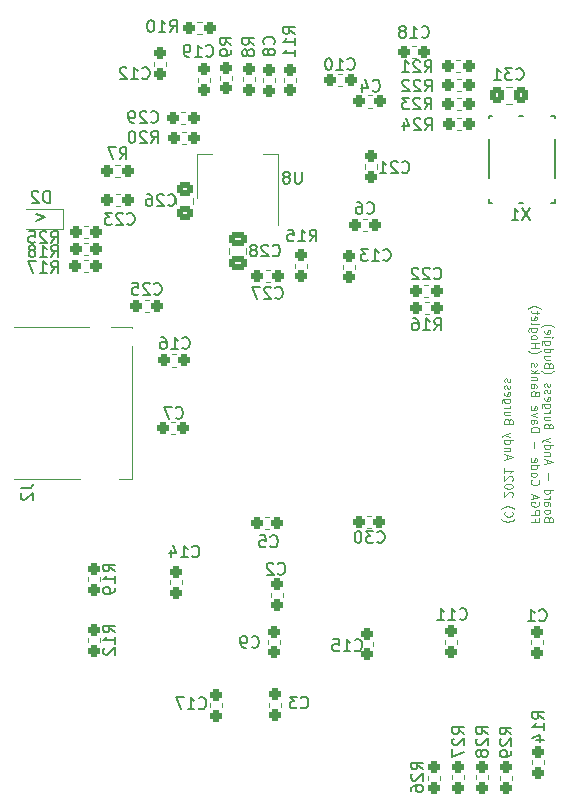
<source format=gbo>
G04 #@! TF.GenerationSoftware,KiCad,Pcbnew,(6.0.0)*
G04 #@! TF.CreationDate,2022-01-09T18:19:29+00:00*
G04 #@! TF.ProjectId,ElectronULA,456c6563-7472-46f6-9e55-4c412e6b6963,rev?*
G04 #@! TF.SameCoordinates,Original*
G04 #@! TF.FileFunction,Legend,Bot*
G04 #@! TF.FilePolarity,Positive*
%FSLAX46Y46*%
G04 Gerber Fmt 4.6, Leading zero omitted, Abs format (unit mm)*
G04 Created by KiCad (PCBNEW (6.0.0)) date 2022-01-09 18:19:29*
%MOMM*%
%LPD*%
G01*
G04 APERTURE LIST*
G04 Aperture macros list*
%AMRoundRect*
0 Rectangle with rounded corners*
0 $1 Rounding radius*
0 $2 $3 $4 $5 $6 $7 $8 $9 X,Y pos of 4 corners*
0 Add a 4 corners polygon primitive as box body*
4,1,4,$2,$3,$4,$5,$6,$7,$8,$9,$2,$3,0*
0 Add four circle primitives for the rounded corners*
1,1,$1+$1,$2,$3*
1,1,$1+$1,$4,$5*
1,1,$1+$1,$6,$7*
1,1,$1+$1,$8,$9*
0 Add four rect primitives between the rounded corners*
20,1,$1+$1,$2,$3,$4,$5,0*
20,1,$1+$1,$4,$5,$6,$7,0*
20,1,$1+$1,$6,$7,$8,$9,0*
20,1,$1+$1,$8,$9,$2,$3,0*%
G04 Aperture macros list end*
%ADD10C,0.125000*%
%ADD11C,0.200000*%
%ADD12C,0.150000*%
%ADD13C,0.120000*%
%ADD14R,1.422400X1.422400*%
%ADD15C,1.422400*%
%ADD16R,1.700000X1.700000*%
%ADD17O,1.700000X1.700000*%
%ADD18RoundRect,0.237500X0.237500X-0.287500X0.237500X0.287500X-0.237500X0.287500X-0.237500X-0.287500X0*%
%ADD19RoundRect,0.237500X-0.287500X-0.237500X0.287500X-0.237500X0.287500X0.237500X-0.287500X0.237500X0*%
%ADD20RoundRect,0.237500X-0.237500X0.287500X-0.237500X-0.287500X0.237500X-0.287500X0.237500X0.287500X0*%
%ADD21RoundRect,0.237500X0.287500X0.237500X-0.287500X0.237500X-0.287500X-0.237500X0.287500X-0.237500X0*%
%ADD22RoundRect,0.249999X0.450001X-0.325001X0.450001X0.325001X-0.450001X0.325001X-0.450001X-0.325001X0*%
%ADD23RoundRect,0.249999X-0.325001X-0.450001X0.325001X-0.450001X0.325001X0.450001X-0.325001X0.450001X0*%
%ADD24R,1.800000X1.800000*%
%ADD25R,1.500000X2.000000*%
%ADD26R,3.800000X2.000000*%
%ADD27R,1.000000X1.000000*%
%ADD28R,1.750000X0.700000*%
%ADD29R,1.000000X1.450000*%
%ADD30R,1.550000X1.000000*%
%ADD31R,1.500000X1.300000*%
%ADD32R,1.400000X0.800000*%
%ADD33R,1.500000X1.500000*%
%ADD34R,1.500000X0.800000*%
%ADD35RoundRect,0.250000X-0.475000X0.337500X-0.475000X-0.337500X0.475000X-0.337500X0.475000X0.337500X0*%
G04 APERTURE END LIST*
D10*
X177071620Y-99848750D02*
X177038286Y-99748750D01*
X177004953Y-99715416D01*
X176938286Y-99682083D01*
X176838286Y-99682083D01*
X176771620Y-99715416D01*
X176738286Y-99748750D01*
X176704953Y-99815416D01*
X176704953Y-100082083D01*
X177404953Y-100082083D01*
X177404953Y-99848750D01*
X177371620Y-99782083D01*
X177338286Y-99748750D01*
X177271620Y-99715416D01*
X177204953Y-99715416D01*
X177138286Y-99748750D01*
X177104953Y-99782083D01*
X177071620Y-99848750D01*
X177071620Y-100082083D01*
X176704953Y-99282083D02*
X176738286Y-99348750D01*
X176771620Y-99382083D01*
X176838286Y-99415416D01*
X177038286Y-99415416D01*
X177104953Y-99382083D01*
X177138286Y-99348750D01*
X177171620Y-99282083D01*
X177171620Y-99182083D01*
X177138286Y-99115416D01*
X177104953Y-99082083D01*
X177038286Y-99048750D01*
X176838286Y-99048750D01*
X176771620Y-99082083D01*
X176738286Y-99115416D01*
X176704953Y-99182083D01*
X176704953Y-99282083D01*
X176704953Y-98448750D02*
X177071620Y-98448750D01*
X177138286Y-98482083D01*
X177171620Y-98548750D01*
X177171620Y-98682083D01*
X177138286Y-98748750D01*
X176738286Y-98448750D02*
X176704953Y-98515416D01*
X176704953Y-98682083D01*
X176738286Y-98748750D01*
X176804953Y-98782083D01*
X176871620Y-98782083D01*
X176938286Y-98748750D01*
X176971620Y-98682083D01*
X176971620Y-98515416D01*
X177004953Y-98448750D01*
X176704953Y-98115416D02*
X177171620Y-98115416D01*
X177038286Y-98115416D02*
X177104953Y-98082083D01*
X177138286Y-98048750D01*
X177171620Y-97982083D01*
X177171620Y-97915416D01*
X176704953Y-97382083D02*
X177404953Y-97382083D01*
X176738286Y-97382083D02*
X176704953Y-97448750D01*
X176704953Y-97582083D01*
X176738286Y-97648750D01*
X176771620Y-97682083D01*
X176838286Y-97715416D01*
X177038286Y-97715416D01*
X177104953Y-97682083D01*
X177138286Y-97648750D01*
X177171620Y-97582083D01*
X177171620Y-97448750D01*
X177138286Y-97382083D01*
X176971620Y-96515416D02*
X176971620Y-95982083D01*
X176904953Y-95148750D02*
X176904953Y-94815416D01*
X176704953Y-95215416D02*
X177404953Y-94982083D01*
X176704953Y-94748750D01*
X177171620Y-94515416D02*
X176704953Y-94515416D01*
X177104953Y-94515416D02*
X177138286Y-94482083D01*
X177171620Y-94415416D01*
X177171620Y-94315416D01*
X177138286Y-94248750D01*
X177071620Y-94215416D01*
X176704953Y-94215416D01*
X176704953Y-93582083D02*
X177404953Y-93582083D01*
X176738286Y-93582083D02*
X176704953Y-93648750D01*
X176704953Y-93782083D01*
X176738286Y-93848750D01*
X176771620Y-93882083D01*
X176838286Y-93915416D01*
X177038286Y-93915416D01*
X177104953Y-93882083D01*
X177138286Y-93848750D01*
X177171620Y-93782083D01*
X177171620Y-93648750D01*
X177138286Y-93582083D01*
X177171620Y-93315416D02*
X176704953Y-93148750D01*
X177171620Y-92982083D02*
X176704953Y-93148750D01*
X176538286Y-93215416D01*
X176504953Y-93248750D01*
X176471620Y-93315416D01*
X177071620Y-91948750D02*
X177038286Y-91848750D01*
X177004953Y-91815416D01*
X176938286Y-91782083D01*
X176838286Y-91782083D01*
X176771620Y-91815416D01*
X176738286Y-91848750D01*
X176704953Y-91915416D01*
X176704953Y-92182083D01*
X177404953Y-92182083D01*
X177404953Y-91948750D01*
X177371620Y-91882083D01*
X177338286Y-91848750D01*
X177271620Y-91815416D01*
X177204953Y-91815416D01*
X177138286Y-91848750D01*
X177104953Y-91882083D01*
X177071620Y-91948750D01*
X177071620Y-92182083D01*
X177171620Y-91182083D02*
X176704953Y-91182083D01*
X177171620Y-91482083D02*
X176804953Y-91482083D01*
X176738286Y-91448750D01*
X176704953Y-91382083D01*
X176704953Y-91282083D01*
X176738286Y-91215416D01*
X176771620Y-91182083D01*
X176704953Y-90848750D02*
X177171620Y-90848750D01*
X177038286Y-90848750D02*
X177104953Y-90815416D01*
X177138286Y-90782083D01*
X177171620Y-90715416D01*
X177171620Y-90648750D01*
X177171620Y-90115416D02*
X176604953Y-90115416D01*
X176538286Y-90148750D01*
X176504953Y-90182083D01*
X176471620Y-90248750D01*
X176471620Y-90348750D01*
X176504953Y-90415416D01*
X176738286Y-90115416D02*
X176704953Y-90182083D01*
X176704953Y-90315416D01*
X176738286Y-90382083D01*
X176771620Y-90415416D01*
X176838286Y-90448750D01*
X177038286Y-90448750D01*
X177104953Y-90415416D01*
X177138286Y-90382083D01*
X177171620Y-90315416D01*
X177171620Y-90182083D01*
X177138286Y-90115416D01*
X176738286Y-89515416D02*
X176704953Y-89582083D01*
X176704953Y-89715416D01*
X176738286Y-89782083D01*
X176804953Y-89815416D01*
X177071620Y-89815416D01*
X177138286Y-89782083D01*
X177171620Y-89715416D01*
X177171620Y-89582083D01*
X177138286Y-89515416D01*
X177071620Y-89482083D01*
X177004953Y-89482083D01*
X176938286Y-89815416D01*
X176738286Y-89215416D02*
X176704953Y-89148750D01*
X176704953Y-89015416D01*
X176738286Y-88948750D01*
X176804953Y-88915416D01*
X176838286Y-88915416D01*
X176904953Y-88948750D01*
X176938286Y-89015416D01*
X176938286Y-89115416D01*
X176971620Y-89182083D01*
X177038286Y-89215416D01*
X177071620Y-89215416D01*
X177138286Y-89182083D01*
X177171620Y-89115416D01*
X177171620Y-89015416D01*
X177138286Y-88948750D01*
X176738286Y-88648750D02*
X176704953Y-88582083D01*
X176704953Y-88448750D01*
X176738286Y-88382083D01*
X176804953Y-88348750D01*
X176838286Y-88348750D01*
X176904953Y-88382083D01*
X176938286Y-88448750D01*
X176938286Y-88548750D01*
X176971620Y-88615416D01*
X177038286Y-88648750D01*
X177071620Y-88648750D01*
X177138286Y-88615416D01*
X177171620Y-88548750D01*
X177171620Y-88448750D01*
X177138286Y-88382083D01*
X176438286Y-87315416D02*
X176471620Y-87348750D01*
X176571620Y-87415416D01*
X176638286Y-87448750D01*
X176738286Y-87482083D01*
X176904953Y-87515416D01*
X177038286Y-87515416D01*
X177204953Y-87482083D01*
X177304953Y-87448750D01*
X177371620Y-87415416D01*
X177471620Y-87348750D01*
X177504953Y-87315416D01*
X177071620Y-86815416D02*
X177038286Y-86715416D01*
X177004953Y-86682083D01*
X176938286Y-86648750D01*
X176838286Y-86648750D01*
X176771620Y-86682083D01*
X176738286Y-86715416D01*
X176704953Y-86782083D01*
X176704953Y-87048750D01*
X177404953Y-87048750D01*
X177404953Y-86815416D01*
X177371620Y-86748750D01*
X177338286Y-86715416D01*
X177271620Y-86682083D01*
X177204953Y-86682083D01*
X177138286Y-86715416D01*
X177104953Y-86748750D01*
X177071620Y-86815416D01*
X177071620Y-87048750D01*
X177171620Y-86048750D02*
X176704953Y-86048750D01*
X177171620Y-86348750D02*
X176804953Y-86348750D01*
X176738286Y-86315416D01*
X176704953Y-86248750D01*
X176704953Y-86148750D01*
X176738286Y-86082083D01*
X176771620Y-86048750D01*
X176704953Y-85415416D02*
X177404953Y-85415416D01*
X176738286Y-85415416D02*
X176704953Y-85482083D01*
X176704953Y-85615416D01*
X176738286Y-85682083D01*
X176771620Y-85715416D01*
X176838286Y-85748750D01*
X177038286Y-85748750D01*
X177104953Y-85715416D01*
X177138286Y-85682083D01*
X177171620Y-85615416D01*
X177171620Y-85482083D01*
X177138286Y-85415416D01*
X177171620Y-84782083D02*
X176604953Y-84782083D01*
X176538286Y-84815416D01*
X176504953Y-84848750D01*
X176471620Y-84915416D01*
X176471620Y-85015416D01*
X176504953Y-85082083D01*
X176738286Y-84782083D02*
X176704953Y-84848750D01*
X176704953Y-84982083D01*
X176738286Y-85048750D01*
X176771620Y-85082083D01*
X176838286Y-85115416D01*
X177038286Y-85115416D01*
X177104953Y-85082083D01*
X177138286Y-85048750D01*
X177171620Y-84982083D01*
X177171620Y-84848750D01*
X177138286Y-84782083D01*
X176704953Y-84448750D02*
X177171620Y-84448750D01*
X177404953Y-84448750D02*
X177371620Y-84482083D01*
X177338286Y-84448750D01*
X177371620Y-84415416D01*
X177404953Y-84448750D01*
X177338286Y-84448750D01*
X176738286Y-83848750D02*
X176704953Y-83915416D01*
X176704953Y-84048750D01*
X176738286Y-84115416D01*
X176804953Y-84148750D01*
X177071620Y-84148750D01*
X177138286Y-84115416D01*
X177171620Y-84048750D01*
X177171620Y-83915416D01*
X177138286Y-83848750D01*
X177071620Y-83815416D01*
X177004953Y-83815416D01*
X176938286Y-84148750D01*
X176438286Y-83582083D02*
X176471620Y-83548750D01*
X176571620Y-83482083D01*
X176638286Y-83448750D01*
X176738286Y-83415416D01*
X176904953Y-83382083D01*
X177038286Y-83382083D01*
X177204953Y-83415416D01*
X177304953Y-83448750D01*
X177371620Y-83482083D01*
X177471620Y-83548750D01*
X177504953Y-83582083D01*
X175944620Y-99848750D02*
X175944620Y-100082083D01*
X175577953Y-100082083D02*
X176277953Y-100082083D01*
X176277953Y-99748750D01*
X175577953Y-99482083D02*
X176277953Y-99482083D01*
X176277953Y-99215416D01*
X176244620Y-99148750D01*
X176211286Y-99115416D01*
X176144620Y-99082083D01*
X176044620Y-99082083D01*
X175977953Y-99115416D01*
X175944620Y-99148750D01*
X175911286Y-99215416D01*
X175911286Y-99482083D01*
X176244620Y-98415416D02*
X176277953Y-98482083D01*
X176277953Y-98582083D01*
X176244620Y-98682083D01*
X176177953Y-98748750D01*
X176111286Y-98782083D01*
X175977953Y-98815416D01*
X175877953Y-98815416D01*
X175744620Y-98782083D01*
X175677953Y-98748750D01*
X175611286Y-98682083D01*
X175577953Y-98582083D01*
X175577953Y-98515416D01*
X175611286Y-98415416D01*
X175644620Y-98382083D01*
X175877953Y-98382083D01*
X175877953Y-98515416D01*
X175777953Y-98115416D02*
X175777953Y-97782083D01*
X175577953Y-98182083D02*
X176277953Y-97948750D01*
X175577953Y-97715416D01*
X175644620Y-96548750D02*
X175611286Y-96582083D01*
X175577953Y-96682083D01*
X175577953Y-96748750D01*
X175611286Y-96848750D01*
X175677953Y-96915416D01*
X175744620Y-96948750D01*
X175877953Y-96982083D01*
X175977953Y-96982083D01*
X176111286Y-96948750D01*
X176177953Y-96915416D01*
X176244620Y-96848750D01*
X176277953Y-96748750D01*
X176277953Y-96682083D01*
X176244620Y-96582083D01*
X176211286Y-96548750D01*
X175577953Y-96148750D02*
X175611286Y-96215416D01*
X175644620Y-96248750D01*
X175711286Y-96282083D01*
X175911286Y-96282083D01*
X175977953Y-96248750D01*
X176011286Y-96215416D01*
X176044620Y-96148750D01*
X176044620Y-96048750D01*
X176011286Y-95982083D01*
X175977953Y-95948750D01*
X175911286Y-95915416D01*
X175711286Y-95915416D01*
X175644620Y-95948750D01*
X175611286Y-95982083D01*
X175577953Y-96048750D01*
X175577953Y-96148750D01*
X175577953Y-95315416D02*
X176277953Y-95315416D01*
X175611286Y-95315416D02*
X175577953Y-95382083D01*
X175577953Y-95515416D01*
X175611286Y-95582083D01*
X175644620Y-95615416D01*
X175711286Y-95648750D01*
X175911286Y-95648750D01*
X175977953Y-95615416D01*
X176011286Y-95582083D01*
X176044620Y-95515416D01*
X176044620Y-95382083D01*
X176011286Y-95315416D01*
X175611286Y-94715416D02*
X175577953Y-94782083D01*
X175577953Y-94915416D01*
X175611286Y-94982083D01*
X175677953Y-95015416D01*
X175944620Y-95015416D01*
X176011286Y-94982083D01*
X176044620Y-94915416D01*
X176044620Y-94782083D01*
X176011286Y-94715416D01*
X175944620Y-94682083D01*
X175877953Y-94682083D01*
X175811286Y-95015416D01*
X175844620Y-93848750D02*
X175844620Y-93315416D01*
X175577953Y-92448750D02*
X176277953Y-92448750D01*
X176277953Y-92282083D01*
X176244620Y-92182083D01*
X176177953Y-92115416D01*
X176111286Y-92082083D01*
X175977953Y-92048750D01*
X175877953Y-92048750D01*
X175744620Y-92082083D01*
X175677953Y-92115416D01*
X175611286Y-92182083D01*
X175577953Y-92282083D01*
X175577953Y-92448750D01*
X175577953Y-91448750D02*
X175944620Y-91448750D01*
X176011286Y-91482083D01*
X176044620Y-91548750D01*
X176044620Y-91682083D01*
X176011286Y-91748750D01*
X175611286Y-91448750D02*
X175577953Y-91515416D01*
X175577953Y-91682083D01*
X175611286Y-91748750D01*
X175677953Y-91782083D01*
X175744620Y-91782083D01*
X175811286Y-91748750D01*
X175844620Y-91682083D01*
X175844620Y-91515416D01*
X175877953Y-91448750D01*
X176044620Y-91182083D02*
X175577953Y-91015416D01*
X176044620Y-90848750D01*
X175611286Y-90315416D02*
X175577953Y-90382083D01*
X175577953Y-90515416D01*
X175611286Y-90582083D01*
X175677953Y-90615416D01*
X175944620Y-90615416D01*
X176011286Y-90582083D01*
X176044620Y-90515416D01*
X176044620Y-90382083D01*
X176011286Y-90315416D01*
X175944620Y-90282083D01*
X175877953Y-90282083D01*
X175811286Y-90615416D01*
X175944620Y-89215416D02*
X175911286Y-89115416D01*
X175877953Y-89082083D01*
X175811286Y-89048750D01*
X175711286Y-89048750D01*
X175644620Y-89082083D01*
X175611286Y-89115416D01*
X175577953Y-89182083D01*
X175577953Y-89448750D01*
X176277953Y-89448750D01*
X176277953Y-89215416D01*
X176244620Y-89148750D01*
X176211286Y-89115416D01*
X176144620Y-89082083D01*
X176077953Y-89082083D01*
X176011286Y-89115416D01*
X175977953Y-89148750D01*
X175944620Y-89215416D01*
X175944620Y-89448750D01*
X175577953Y-88448750D02*
X175944620Y-88448750D01*
X176011286Y-88482083D01*
X176044620Y-88548750D01*
X176044620Y-88682083D01*
X176011286Y-88748750D01*
X175611286Y-88448750D02*
X175577953Y-88515416D01*
X175577953Y-88682083D01*
X175611286Y-88748750D01*
X175677953Y-88782083D01*
X175744620Y-88782083D01*
X175811286Y-88748750D01*
X175844620Y-88682083D01*
X175844620Y-88515416D01*
X175877953Y-88448750D01*
X176044620Y-88115416D02*
X175577953Y-88115416D01*
X175977953Y-88115416D02*
X176011286Y-88082083D01*
X176044620Y-88015416D01*
X176044620Y-87915416D01*
X176011286Y-87848750D01*
X175944620Y-87815416D01*
X175577953Y-87815416D01*
X175577953Y-87482083D02*
X176277953Y-87482083D01*
X175844620Y-87415416D02*
X175577953Y-87215416D01*
X176044620Y-87215416D02*
X175777953Y-87482083D01*
X175611286Y-86948750D02*
X175577953Y-86882083D01*
X175577953Y-86748750D01*
X175611286Y-86682083D01*
X175677953Y-86648750D01*
X175711286Y-86648750D01*
X175777953Y-86682083D01*
X175811286Y-86748750D01*
X175811286Y-86848750D01*
X175844620Y-86915416D01*
X175911286Y-86948750D01*
X175944620Y-86948750D01*
X176011286Y-86915416D01*
X176044620Y-86848750D01*
X176044620Y-86748750D01*
X176011286Y-86682083D01*
X175311286Y-85615416D02*
X175344620Y-85648750D01*
X175444620Y-85715416D01*
X175511286Y-85748750D01*
X175611286Y-85782083D01*
X175777953Y-85815416D01*
X175911286Y-85815416D01*
X176077953Y-85782083D01*
X176177953Y-85748750D01*
X176244620Y-85715416D01*
X176344620Y-85648750D01*
X176377953Y-85615416D01*
X175577953Y-85348750D02*
X176277953Y-85348750D01*
X175944620Y-85348750D02*
X175944620Y-84948750D01*
X175577953Y-84948750D02*
X176277953Y-84948750D01*
X175577953Y-84515416D02*
X175611286Y-84582083D01*
X175644620Y-84615416D01*
X175711286Y-84648750D01*
X175911286Y-84648750D01*
X175977953Y-84615416D01*
X176011286Y-84582083D01*
X176044620Y-84515416D01*
X176044620Y-84415416D01*
X176011286Y-84348750D01*
X175977953Y-84315416D01*
X175911286Y-84282083D01*
X175711286Y-84282083D01*
X175644620Y-84315416D01*
X175611286Y-84348750D01*
X175577953Y-84415416D01*
X175577953Y-84515416D01*
X176044620Y-83682083D02*
X175477953Y-83682083D01*
X175411286Y-83715416D01*
X175377953Y-83748750D01*
X175344620Y-83815416D01*
X175344620Y-83915416D01*
X175377953Y-83982083D01*
X175611286Y-83682083D02*
X175577953Y-83748750D01*
X175577953Y-83882083D01*
X175611286Y-83948750D01*
X175644620Y-83982083D01*
X175711286Y-84015416D01*
X175911286Y-84015416D01*
X175977953Y-83982083D01*
X176011286Y-83948750D01*
X176044620Y-83882083D01*
X176044620Y-83748750D01*
X176011286Y-83682083D01*
X175577953Y-83248750D02*
X175611286Y-83315416D01*
X175677953Y-83348750D01*
X176277953Y-83348750D01*
X175611286Y-82715416D02*
X175577953Y-82782083D01*
X175577953Y-82915416D01*
X175611286Y-82982083D01*
X175677953Y-83015416D01*
X175944620Y-83015416D01*
X176011286Y-82982083D01*
X176044620Y-82915416D01*
X176044620Y-82782083D01*
X176011286Y-82715416D01*
X175944620Y-82682083D01*
X175877953Y-82682083D01*
X175811286Y-83015416D01*
X176044620Y-82482083D02*
X176044620Y-82215416D01*
X176277953Y-82382083D02*
X175677953Y-82382083D01*
X175611286Y-82348750D01*
X175577953Y-82282083D01*
X175577953Y-82215416D01*
X175311286Y-82048750D02*
X175344620Y-82015416D01*
X175444620Y-81948750D01*
X175511286Y-81915416D01*
X175611286Y-81882083D01*
X175777953Y-81848750D01*
X175911286Y-81848750D01*
X176077953Y-81882083D01*
X176177953Y-81915416D01*
X176244620Y-81948750D01*
X176344620Y-82015416D01*
X176377953Y-82048750D01*
X173057286Y-99882083D02*
X173090620Y-99915416D01*
X173190620Y-99982083D01*
X173257286Y-100015416D01*
X173357286Y-100048750D01*
X173523953Y-100082083D01*
X173657286Y-100082083D01*
X173823953Y-100048750D01*
X173923953Y-100015416D01*
X173990620Y-99982083D01*
X174090620Y-99915416D01*
X174123953Y-99882083D01*
X173390620Y-99215416D02*
X173357286Y-99248750D01*
X173323953Y-99348750D01*
X173323953Y-99415416D01*
X173357286Y-99515416D01*
X173423953Y-99582083D01*
X173490620Y-99615416D01*
X173623953Y-99648750D01*
X173723953Y-99648750D01*
X173857286Y-99615416D01*
X173923953Y-99582083D01*
X173990620Y-99515416D01*
X174023953Y-99415416D01*
X174023953Y-99348750D01*
X173990620Y-99248750D01*
X173957286Y-99215416D01*
X173057286Y-98982083D02*
X173090620Y-98948750D01*
X173190620Y-98882083D01*
X173257286Y-98848750D01*
X173357286Y-98815416D01*
X173523953Y-98782083D01*
X173657286Y-98782083D01*
X173823953Y-98815416D01*
X173923953Y-98848750D01*
X173990620Y-98882083D01*
X174090620Y-98948750D01*
X174123953Y-98982083D01*
X173957286Y-97948750D02*
X173990620Y-97915416D01*
X174023953Y-97848750D01*
X174023953Y-97682083D01*
X173990620Y-97615416D01*
X173957286Y-97582083D01*
X173890620Y-97548750D01*
X173823953Y-97548750D01*
X173723953Y-97582083D01*
X173323953Y-97982083D01*
X173323953Y-97548750D01*
X174023953Y-97115416D02*
X174023953Y-97048750D01*
X173990620Y-96982083D01*
X173957286Y-96948750D01*
X173890620Y-96915416D01*
X173757286Y-96882083D01*
X173590620Y-96882083D01*
X173457286Y-96915416D01*
X173390620Y-96948750D01*
X173357286Y-96982083D01*
X173323953Y-97048750D01*
X173323953Y-97115416D01*
X173357286Y-97182083D01*
X173390620Y-97215416D01*
X173457286Y-97248750D01*
X173590620Y-97282083D01*
X173757286Y-97282083D01*
X173890620Y-97248750D01*
X173957286Y-97215416D01*
X173990620Y-97182083D01*
X174023953Y-97115416D01*
X173957286Y-96615416D02*
X173990620Y-96582083D01*
X174023953Y-96515416D01*
X174023953Y-96348750D01*
X173990620Y-96282083D01*
X173957286Y-96248750D01*
X173890620Y-96215416D01*
X173823953Y-96215416D01*
X173723953Y-96248750D01*
X173323953Y-96648750D01*
X173323953Y-96215416D01*
X173323953Y-95548750D02*
X173323953Y-95948750D01*
X173323953Y-95748750D02*
X174023953Y-95748750D01*
X173923953Y-95815416D01*
X173857286Y-95882083D01*
X173823953Y-95948750D01*
X173523953Y-94748750D02*
X173523953Y-94415416D01*
X173323953Y-94815416D02*
X174023953Y-94582083D01*
X173323953Y-94348750D01*
X173790620Y-94115416D02*
X173323953Y-94115416D01*
X173723953Y-94115416D02*
X173757286Y-94082083D01*
X173790620Y-94015416D01*
X173790620Y-93915416D01*
X173757286Y-93848750D01*
X173690620Y-93815416D01*
X173323953Y-93815416D01*
X173323953Y-93182083D02*
X174023953Y-93182083D01*
X173357286Y-93182083D02*
X173323953Y-93248750D01*
X173323953Y-93382083D01*
X173357286Y-93448750D01*
X173390620Y-93482083D01*
X173457286Y-93515416D01*
X173657286Y-93515416D01*
X173723953Y-93482083D01*
X173757286Y-93448750D01*
X173790620Y-93382083D01*
X173790620Y-93248750D01*
X173757286Y-93182083D01*
X173790620Y-92915416D02*
X173323953Y-92748750D01*
X173790620Y-92582083D02*
X173323953Y-92748750D01*
X173157286Y-92815416D01*
X173123953Y-92848750D01*
X173090620Y-92915416D01*
X173690620Y-91548750D02*
X173657286Y-91448750D01*
X173623953Y-91415416D01*
X173557286Y-91382083D01*
X173457286Y-91382083D01*
X173390620Y-91415416D01*
X173357286Y-91448750D01*
X173323953Y-91515416D01*
X173323953Y-91782083D01*
X174023953Y-91782083D01*
X174023953Y-91548750D01*
X173990620Y-91482083D01*
X173957286Y-91448750D01*
X173890620Y-91415416D01*
X173823953Y-91415416D01*
X173757286Y-91448750D01*
X173723953Y-91482083D01*
X173690620Y-91548750D01*
X173690620Y-91782083D01*
X173790620Y-90782083D02*
X173323953Y-90782083D01*
X173790620Y-91082083D02*
X173423953Y-91082083D01*
X173357286Y-91048750D01*
X173323953Y-90982083D01*
X173323953Y-90882083D01*
X173357286Y-90815416D01*
X173390620Y-90782083D01*
X173323953Y-90448750D02*
X173790620Y-90448750D01*
X173657286Y-90448750D02*
X173723953Y-90415416D01*
X173757286Y-90382083D01*
X173790620Y-90315416D01*
X173790620Y-90248750D01*
X173790620Y-89715416D02*
X173223953Y-89715416D01*
X173157286Y-89748750D01*
X173123953Y-89782083D01*
X173090620Y-89848750D01*
X173090620Y-89948750D01*
X173123953Y-90015416D01*
X173357286Y-89715416D02*
X173323953Y-89782083D01*
X173323953Y-89915416D01*
X173357286Y-89982083D01*
X173390620Y-90015416D01*
X173457286Y-90048750D01*
X173657286Y-90048750D01*
X173723953Y-90015416D01*
X173757286Y-89982083D01*
X173790620Y-89915416D01*
X173790620Y-89782083D01*
X173757286Y-89715416D01*
X173357286Y-89115416D02*
X173323953Y-89182083D01*
X173323953Y-89315416D01*
X173357286Y-89382083D01*
X173423953Y-89415416D01*
X173690620Y-89415416D01*
X173757286Y-89382083D01*
X173790620Y-89315416D01*
X173790620Y-89182083D01*
X173757286Y-89115416D01*
X173690620Y-89082083D01*
X173623953Y-89082083D01*
X173557286Y-89415416D01*
X173357286Y-88815416D02*
X173323953Y-88748750D01*
X173323953Y-88615416D01*
X173357286Y-88548750D01*
X173423953Y-88515416D01*
X173457286Y-88515416D01*
X173523953Y-88548750D01*
X173557286Y-88615416D01*
X173557286Y-88715416D01*
X173590620Y-88782083D01*
X173657286Y-88815416D01*
X173690620Y-88815416D01*
X173757286Y-88782083D01*
X173790620Y-88715416D01*
X173790620Y-88615416D01*
X173757286Y-88548750D01*
X173357286Y-88248750D02*
X173323953Y-88182083D01*
X173323953Y-88048750D01*
X173357286Y-87982083D01*
X173423953Y-87948750D01*
X173457286Y-87948750D01*
X173523953Y-87982083D01*
X173557286Y-88048750D01*
X173557286Y-88148750D01*
X173590620Y-88215416D01*
X173657286Y-88248750D01*
X173690620Y-88248750D01*
X173757286Y-88215416D01*
X173790620Y-88148750D01*
X173790620Y-88048750D01*
X173757286Y-87982083D01*
D11*
X133677707Y-74585485D02*
X134439612Y-74299771D01*
X133677707Y-74014057D01*
D12*
X147449777Y-115853482D02*
X147497396Y-115901101D01*
X147640253Y-115948720D01*
X147735491Y-115948720D01*
X147878348Y-115901101D01*
X147973586Y-115805863D01*
X148021205Y-115710625D01*
X148068824Y-115520149D01*
X148068824Y-115377292D01*
X148021205Y-115186816D01*
X147973586Y-115091578D01*
X147878348Y-114996340D01*
X147735491Y-114948720D01*
X147640253Y-114948720D01*
X147497396Y-114996340D01*
X147449777Y-115043959D01*
X146497396Y-115948720D02*
X147068824Y-115948720D01*
X146783110Y-115948720D02*
X146783110Y-114948720D01*
X146878348Y-115091578D01*
X146973586Y-115186816D01*
X147068824Y-115234435D01*
X146164062Y-114948720D02*
X145497396Y-114948720D01*
X145925967Y-115948720D01*
X162547537Y-101779342D02*
X162595156Y-101826961D01*
X162738013Y-101874580D01*
X162833251Y-101874580D01*
X162976108Y-101826961D01*
X163071346Y-101731723D01*
X163118965Y-101636485D01*
X163166584Y-101446009D01*
X163166584Y-101303152D01*
X163118965Y-101112676D01*
X163071346Y-101017438D01*
X162976108Y-100922200D01*
X162833251Y-100874580D01*
X162738013Y-100874580D01*
X162595156Y-100922200D01*
X162547537Y-100969819D01*
X162214203Y-100874580D02*
X161595156Y-100874580D01*
X161928489Y-101255533D01*
X161785632Y-101255533D01*
X161690394Y-101303152D01*
X161642775Y-101350771D01*
X161595156Y-101446009D01*
X161595156Y-101684104D01*
X161642775Y-101779342D01*
X161690394Y-101826961D01*
X161785632Y-101874580D01*
X162071346Y-101874580D01*
X162166584Y-101826961D01*
X162214203Y-101779342D01*
X160976108Y-100874580D02*
X160880870Y-100874580D01*
X160785632Y-100922200D01*
X160738013Y-100969819D01*
X160690394Y-101065057D01*
X160642775Y-101255533D01*
X160642775Y-101493628D01*
X160690394Y-101684104D01*
X160738013Y-101779342D01*
X160785632Y-101826961D01*
X160880870Y-101874580D01*
X160976108Y-101874580D01*
X161071346Y-101826961D01*
X161118965Y-101779342D01*
X161166584Y-101684104D01*
X161214203Y-101493628D01*
X161214203Y-101255533D01*
X161166584Y-101065057D01*
X161118965Y-100969819D01*
X161071346Y-100922200D01*
X160976108Y-100874580D01*
X154137506Y-104460302D02*
X154185125Y-104507921D01*
X154327982Y-104555540D01*
X154423220Y-104555540D01*
X154566078Y-104507921D01*
X154661316Y-104412683D01*
X154708935Y-104317445D01*
X154756554Y-104126969D01*
X154756554Y-103984112D01*
X154708935Y-103793636D01*
X154661316Y-103698398D01*
X154566078Y-103603160D01*
X154423220Y-103555540D01*
X154327982Y-103555540D01*
X154185125Y-103603160D01*
X154137506Y-103650779D01*
X153756554Y-103650779D02*
X153708935Y-103603160D01*
X153613697Y-103555540D01*
X153375601Y-103555540D01*
X153280363Y-103603160D01*
X153232744Y-103650779D01*
X153185125Y-103746017D01*
X153185125Y-103841255D01*
X153232744Y-103984112D01*
X153804173Y-104555540D01*
X153185125Y-104555540D01*
X146870657Y-103003622D02*
X146918276Y-103051241D01*
X147061133Y-103098860D01*
X147156371Y-103098860D01*
X147299228Y-103051241D01*
X147394466Y-102956003D01*
X147442085Y-102860765D01*
X147489704Y-102670289D01*
X147489704Y-102527432D01*
X147442085Y-102336956D01*
X147394466Y-102241718D01*
X147299228Y-102146480D01*
X147156371Y-102098860D01*
X147061133Y-102098860D01*
X146918276Y-102146480D01*
X146870657Y-102194099D01*
X145918276Y-103098860D02*
X146489704Y-103098860D01*
X146203990Y-103098860D02*
X146203990Y-102098860D01*
X146299228Y-102241718D01*
X146394466Y-102336956D01*
X146489704Y-102384575D01*
X145061133Y-102432194D02*
X145061133Y-103098860D01*
X145299228Y-102051241D02*
X145537323Y-102765527D01*
X144918276Y-102765527D01*
X160660057Y-110938142D02*
X160707676Y-110985761D01*
X160850533Y-111033380D01*
X160945771Y-111033380D01*
X161088628Y-110985761D01*
X161183866Y-110890523D01*
X161231485Y-110795285D01*
X161279104Y-110604809D01*
X161279104Y-110461952D01*
X161231485Y-110271476D01*
X161183866Y-110176238D01*
X161088628Y-110081000D01*
X160945771Y-110033380D01*
X160850533Y-110033380D01*
X160707676Y-110081000D01*
X160660057Y-110128619D01*
X159707676Y-111033380D02*
X160279104Y-111033380D01*
X159993390Y-111033380D02*
X159993390Y-110033380D01*
X160088628Y-110176238D01*
X160183866Y-110271476D01*
X160279104Y-110319095D01*
X158802914Y-110033380D02*
X159279104Y-110033380D01*
X159326723Y-110509571D01*
X159279104Y-110461952D01*
X159183866Y-110414333D01*
X158945771Y-110414333D01*
X158850533Y-110461952D01*
X158802914Y-110509571D01*
X158755295Y-110604809D01*
X158755295Y-110842904D01*
X158802914Y-110938142D01*
X158850533Y-110985761D01*
X158945771Y-111033380D01*
X159183866Y-111033380D01*
X159279104Y-110985761D01*
X159326723Y-110938142D01*
X176264866Y-108408742D02*
X176312485Y-108456361D01*
X176455342Y-108503980D01*
X176550580Y-108503980D01*
X176693438Y-108456361D01*
X176788676Y-108361123D01*
X176836295Y-108265885D01*
X176883914Y-108075409D01*
X176883914Y-107932552D01*
X176836295Y-107742076D01*
X176788676Y-107646838D01*
X176693438Y-107551600D01*
X176550580Y-107503980D01*
X176455342Y-107503980D01*
X176312485Y-107551600D01*
X176264866Y-107599219D01*
X175312485Y-108503980D02*
X175883914Y-108503980D01*
X175598200Y-108503980D02*
X175598200Y-107503980D01*
X175693438Y-107646838D01*
X175788676Y-107742076D01*
X175883914Y-107789695D01*
X153513866Y-102148142D02*
X153561485Y-102195761D01*
X153704342Y-102243380D01*
X153799580Y-102243380D01*
X153942438Y-102195761D01*
X154037676Y-102100523D01*
X154085295Y-102005285D01*
X154132914Y-101814809D01*
X154132914Y-101671952D01*
X154085295Y-101481476D01*
X154037676Y-101386238D01*
X153942438Y-101291000D01*
X153799580Y-101243380D01*
X153704342Y-101243380D01*
X153561485Y-101291000D01*
X153513866Y-101338619D01*
X152609104Y-101243380D02*
X153085295Y-101243380D01*
X153132914Y-101719571D01*
X153085295Y-101671952D01*
X152990057Y-101624333D01*
X152751961Y-101624333D01*
X152656723Y-101671952D01*
X152609104Y-101719571D01*
X152561485Y-101814809D01*
X152561485Y-102052904D01*
X152609104Y-102148142D01*
X152656723Y-102195761D01*
X152751961Y-102243380D01*
X152990057Y-102243380D01*
X153085295Y-102195761D01*
X153132914Y-102148142D01*
X145488866Y-91264702D02*
X145536485Y-91312321D01*
X145679342Y-91359940D01*
X145774580Y-91359940D01*
X145917438Y-91312321D01*
X146012676Y-91217083D01*
X146060295Y-91121845D01*
X146107914Y-90931369D01*
X146107914Y-90788512D01*
X146060295Y-90598036D01*
X146012676Y-90502798D01*
X145917438Y-90407560D01*
X145774580Y-90359940D01*
X145679342Y-90359940D01*
X145536485Y-90407560D01*
X145488866Y-90455179D01*
X145155533Y-90359940D02*
X144488866Y-90359940D01*
X144917438Y-91359940D01*
X156083866Y-115788142D02*
X156131485Y-115835761D01*
X156274342Y-115883380D01*
X156369580Y-115883380D01*
X156512438Y-115835761D01*
X156607676Y-115740523D01*
X156655295Y-115645285D01*
X156702914Y-115454809D01*
X156702914Y-115311952D01*
X156655295Y-115121476D01*
X156607676Y-115026238D01*
X156512438Y-114931000D01*
X156369580Y-114883380D01*
X156274342Y-114883380D01*
X156131485Y-114931000D01*
X156083866Y-114978619D01*
X155750533Y-114883380D02*
X155131485Y-114883380D01*
X155464819Y-115264333D01*
X155321961Y-115264333D01*
X155226723Y-115311952D01*
X155179104Y-115359571D01*
X155131485Y-115454809D01*
X155131485Y-115692904D01*
X155179104Y-115788142D01*
X155226723Y-115835761D01*
X155321961Y-115883380D01*
X155607676Y-115883380D01*
X155702914Y-115835761D01*
X155750533Y-115788142D01*
X151913866Y-110658142D02*
X151961485Y-110705761D01*
X152104342Y-110753380D01*
X152199580Y-110753380D01*
X152342438Y-110705761D01*
X152437676Y-110610523D01*
X152485295Y-110515285D01*
X152532914Y-110324809D01*
X152532914Y-110181952D01*
X152485295Y-109991476D01*
X152437676Y-109896238D01*
X152342438Y-109801000D01*
X152199580Y-109753380D01*
X152104342Y-109753380D01*
X151961485Y-109801000D01*
X151913866Y-109848619D01*
X151437676Y-110753380D02*
X151247200Y-110753380D01*
X151151961Y-110705761D01*
X151104342Y-110658142D01*
X151009104Y-110515285D01*
X150961485Y-110324809D01*
X150961485Y-109943857D01*
X151009104Y-109848619D01*
X151056723Y-109801000D01*
X151151961Y-109753380D01*
X151342438Y-109753380D01*
X151437676Y-109801000D01*
X151485295Y-109848619D01*
X151532914Y-109943857D01*
X151532914Y-110181952D01*
X151485295Y-110277190D01*
X151437676Y-110324809D01*
X151342438Y-110372428D01*
X151151961Y-110372428D01*
X151056723Y-110324809D01*
X151009104Y-110277190D01*
X150961485Y-110181952D01*
X162157706Y-63565042D02*
X162205325Y-63612661D01*
X162348182Y-63660280D01*
X162443420Y-63660280D01*
X162586278Y-63612661D01*
X162681516Y-63517423D01*
X162729135Y-63422185D01*
X162776754Y-63231709D01*
X162776754Y-63088852D01*
X162729135Y-62898376D01*
X162681516Y-62803138D01*
X162586278Y-62707900D01*
X162443420Y-62660280D01*
X162348182Y-62660280D01*
X162205325Y-62707900D01*
X162157706Y-62755519D01*
X161300563Y-62993614D02*
X161300563Y-63660280D01*
X161538659Y-62612661D02*
X161776754Y-63326947D01*
X161157706Y-63326947D01*
X161677646Y-73923182D02*
X161725265Y-73970801D01*
X161868122Y-74018420D01*
X161963360Y-74018420D01*
X162106218Y-73970801D01*
X162201456Y-73875563D01*
X162249075Y-73780325D01*
X162296694Y-73589849D01*
X162296694Y-73446992D01*
X162249075Y-73256516D01*
X162201456Y-73161278D01*
X162106218Y-73066040D01*
X161963360Y-73018420D01*
X161868122Y-73018420D01*
X161725265Y-73066040D01*
X161677646Y-73113659D01*
X160820503Y-73018420D02*
X161010980Y-73018420D01*
X161106218Y-73066040D01*
X161153837Y-73113659D01*
X161249075Y-73256516D01*
X161296694Y-73446992D01*
X161296694Y-73827944D01*
X161249075Y-73923182D01*
X161201456Y-73970801D01*
X161106218Y-74018420D01*
X160915741Y-74018420D01*
X160820503Y-73970801D01*
X160772884Y-73923182D01*
X160725265Y-73827944D01*
X160725265Y-73589849D01*
X160772884Y-73494611D01*
X160820503Y-73446992D01*
X160915741Y-73399373D01*
X161106218Y-73399373D01*
X161201456Y-73446992D01*
X161249075Y-73494611D01*
X161296694Y-73589849D01*
X153798542Y-59650333D02*
X153846161Y-59602714D01*
X153893780Y-59459857D01*
X153893780Y-59364619D01*
X153846161Y-59221761D01*
X153750923Y-59126523D01*
X153655685Y-59078904D01*
X153465209Y-59031285D01*
X153322352Y-59031285D01*
X153131876Y-59078904D01*
X153036638Y-59126523D01*
X152941400Y-59221761D01*
X152893780Y-59364619D01*
X152893780Y-59459857D01*
X152941400Y-59602714D01*
X152989019Y-59650333D01*
X153322352Y-60221761D02*
X153274733Y-60126523D01*
X153227114Y-60078904D01*
X153131876Y-60031285D01*
X153084257Y-60031285D01*
X152989019Y-60078904D01*
X152941400Y-60126523D01*
X152893780Y-60221761D01*
X152893780Y-60412238D01*
X152941400Y-60507476D01*
X152989019Y-60555095D01*
X153084257Y-60602714D01*
X153131876Y-60602714D01*
X153227114Y-60555095D01*
X153274733Y-60507476D01*
X153322352Y-60412238D01*
X153322352Y-60221761D01*
X153369971Y-60126523D01*
X153417590Y-60078904D01*
X153512828Y-60031285D01*
X153703304Y-60031285D01*
X153798542Y-60078904D01*
X153846161Y-60126523D01*
X153893780Y-60221761D01*
X153893780Y-60412238D01*
X153846161Y-60507476D01*
X153798542Y-60555095D01*
X153703304Y-60602714D01*
X153512828Y-60602714D01*
X153417590Y-60555095D01*
X153369971Y-60507476D01*
X153322352Y-60412238D01*
X163060617Y-77910962D02*
X163108236Y-77958581D01*
X163251093Y-78006200D01*
X163346331Y-78006200D01*
X163489188Y-77958581D01*
X163584426Y-77863343D01*
X163632045Y-77768105D01*
X163679664Y-77577629D01*
X163679664Y-77434772D01*
X163632045Y-77244296D01*
X163584426Y-77149058D01*
X163489188Y-77053820D01*
X163346331Y-77006200D01*
X163251093Y-77006200D01*
X163108236Y-77053820D01*
X163060617Y-77101439D01*
X162108236Y-78006200D02*
X162679664Y-78006200D01*
X162393950Y-78006200D02*
X162393950Y-77006200D01*
X162489188Y-77149058D01*
X162584426Y-77244296D01*
X162679664Y-77291915D01*
X161774902Y-77006200D02*
X161155855Y-77006200D01*
X161489188Y-77387153D01*
X161346331Y-77387153D01*
X161251093Y-77434772D01*
X161203474Y-77482391D01*
X161155855Y-77577629D01*
X161155855Y-77815724D01*
X161203474Y-77910962D01*
X161251093Y-77958581D01*
X161346331Y-78006200D01*
X161632045Y-78006200D01*
X161727283Y-77958581D01*
X161774902Y-77910962D01*
X148064457Y-60605942D02*
X148112076Y-60653561D01*
X148254933Y-60701180D01*
X148350171Y-60701180D01*
X148493028Y-60653561D01*
X148588266Y-60558323D01*
X148635885Y-60463085D01*
X148683504Y-60272609D01*
X148683504Y-60129752D01*
X148635885Y-59939276D01*
X148588266Y-59844038D01*
X148493028Y-59748800D01*
X148350171Y-59701180D01*
X148254933Y-59701180D01*
X148112076Y-59748800D01*
X148064457Y-59796419D01*
X147112076Y-60701180D02*
X147683504Y-60701180D01*
X147397790Y-60701180D02*
X147397790Y-59701180D01*
X147493028Y-59844038D01*
X147588266Y-59939276D01*
X147683504Y-59986895D01*
X146635885Y-60701180D02*
X146445409Y-60701180D01*
X146350171Y-60653561D01*
X146302552Y-60605942D01*
X146207314Y-60463085D01*
X146159695Y-60272609D01*
X146159695Y-59891657D01*
X146207314Y-59796419D01*
X146254933Y-59748800D01*
X146350171Y-59701180D01*
X146540647Y-59701180D01*
X146635885Y-59748800D01*
X146683504Y-59796419D01*
X146731123Y-59891657D01*
X146731123Y-60129752D01*
X146683504Y-60224990D01*
X146635885Y-60272609D01*
X146540647Y-60320228D01*
X146350171Y-60320228D01*
X146254933Y-60272609D01*
X146207314Y-60224990D01*
X146159695Y-60129752D01*
X167363377Y-79462902D02*
X167410996Y-79510521D01*
X167553853Y-79558140D01*
X167649091Y-79558140D01*
X167791948Y-79510521D01*
X167887186Y-79415283D01*
X167934805Y-79320045D01*
X167982424Y-79129569D01*
X167982424Y-78986712D01*
X167934805Y-78796236D01*
X167887186Y-78700998D01*
X167791948Y-78605760D01*
X167649091Y-78558140D01*
X167553853Y-78558140D01*
X167410996Y-78605760D01*
X167363377Y-78653379D01*
X166982424Y-78653379D02*
X166934805Y-78605760D01*
X166839567Y-78558140D01*
X166601472Y-78558140D01*
X166506234Y-78605760D01*
X166458615Y-78653379D01*
X166410996Y-78748617D01*
X166410996Y-78843855D01*
X166458615Y-78986712D01*
X167030043Y-79558140D01*
X166410996Y-79558140D01*
X166030043Y-78653379D02*
X165982424Y-78605760D01*
X165887186Y-78558140D01*
X165649091Y-78558140D01*
X165553853Y-78605760D01*
X165506234Y-78653379D01*
X165458615Y-78748617D01*
X165458615Y-78843855D01*
X165506234Y-78986712D01*
X166077662Y-79558140D01*
X165458615Y-79558140D01*
X166314357Y-59015902D02*
X166361976Y-59063521D01*
X166504833Y-59111140D01*
X166600071Y-59111140D01*
X166742928Y-59063521D01*
X166838166Y-58968283D01*
X166885785Y-58873045D01*
X166933404Y-58682569D01*
X166933404Y-58539712D01*
X166885785Y-58349236D01*
X166838166Y-58253998D01*
X166742928Y-58158760D01*
X166600071Y-58111140D01*
X166504833Y-58111140D01*
X166361976Y-58158760D01*
X166314357Y-58206379D01*
X165361976Y-59111140D02*
X165933404Y-59111140D01*
X165647690Y-59111140D02*
X165647690Y-58111140D01*
X165742928Y-58253998D01*
X165838166Y-58349236D01*
X165933404Y-58396855D01*
X164790547Y-58539712D02*
X164885785Y-58492093D01*
X164933404Y-58444474D01*
X164981023Y-58349236D01*
X164981023Y-58301617D01*
X164933404Y-58206379D01*
X164885785Y-58158760D01*
X164790547Y-58111140D01*
X164600071Y-58111140D01*
X164504833Y-58158760D01*
X164457214Y-58206379D01*
X164409595Y-58301617D01*
X164409595Y-58349236D01*
X164457214Y-58444474D01*
X164504833Y-58492093D01*
X164600071Y-58539712D01*
X164790547Y-58539712D01*
X164885785Y-58587331D01*
X164933404Y-58634950D01*
X164981023Y-58730188D01*
X164981023Y-58920664D01*
X164933404Y-59015902D01*
X164885785Y-59063521D01*
X164790547Y-59111140D01*
X164600071Y-59111140D01*
X164504833Y-59063521D01*
X164457214Y-59015902D01*
X164409595Y-58920664D01*
X164409595Y-58730188D01*
X164457214Y-58634950D01*
X164504833Y-58587331D01*
X164600071Y-58539712D01*
X141384257Y-74837562D02*
X141431876Y-74885181D01*
X141574733Y-74932800D01*
X141669971Y-74932800D01*
X141812828Y-74885181D01*
X141908066Y-74789943D01*
X141955685Y-74694705D01*
X142003304Y-74504229D01*
X142003304Y-74361372D01*
X141955685Y-74170896D01*
X141908066Y-74075658D01*
X141812828Y-73980420D01*
X141669971Y-73932800D01*
X141574733Y-73932800D01*
X141431876Y-73980420D01*
X141384257Y-74028039D01*
X141003304Y-74028039D02*
X140955685Y-73980420D01*
X140860447Y-73932800D01*
X140622352Y-73932800D01*
X140527114Y-73980420D01*
X140479495Y-74028039D01*
X140431876Y-74123277D01*
X140431876Y-74218515D01*
X140479495Y-74361372D01*
X141050923Y-74932800D01*
X140431876Y-74932800D01*
X140098542Y-73932800D02*
X139479495Y-73932800D01*
X139812828Y-74313753D01*
X139669971Y-74313753D01*
X139574733Y-74361372D01*
X139527114Y-74408991D01*
X139479495Y-74504229D01*
X139479495Y-74742324D01*
X139527114Y-74837562D01*
X139574733Y-74885181D01*
X139669971Y-74932800D01*
X139955685Y-74932800D01*
X140050923Y-74885181D01*
X140098542Y-74837562D01*
X143670057Y-80758142D02*
X143717676Y-80805761D01*
X143860533Y-80853380D01*
X143955771Y-80853380D01*
X144098628Y-80805761D01*
X144193866Y-80710523D01*
X144241485Y-80615285D01*
X144289104Y-80424809D01*
X144289104Y-80281952D01*
X144241485Y-80091476D01*
X144193866Y-79996238D01*
X144098628Y-79901000D01*
X143955771Y-79853380D01*
X143860533Y-79853380D01*
X143717676Y-79901000D01*
X143670057Y-79948619D01*
X143289104Y-79948619D02*
X143241485Y-79901000D01*
X143146247Y-79853380D01*
X142908152Y-79853380D01*
X142812914Y-79901000D01*
X142765295Y-79948619D01*
X142717676Y-80043857D01*
X142717676Y-80139095D01*
X142765295Y-80281952D01*
X143336723Y-80853380D01*
X142717676Y-80853380D01*
X141812914Y-79853380D02*
X142289104Y-79853380D01*
X142336723Y-80329571D01*
X142289104Y-80281952D01*
X142193866Y-80234333D01*
X141955771Y-80234333D01*
X141860533Y-80281952D01*
X141812914Y-80329571D01*
X141765295Y-80424809D01*
X141765295Y-80662904D01*
X141812914Y-80758142D01*
X141860533Y-80805761D01*
X141955771Y-80853380D01*
X142193866Y-80853380D01*
X142289104Y-80805761D01*
X142336723Y-80758142D01*
X153929317Y-81096102D02*
X153976936Y-81143721D01*
X154119793Y-81191340D01*
X154215031Y-81191340D01*
X154357888Y-81143721D01*
X154453126Y-81048483D01*
X154500745Y-80953245D01*
X154548364Y-80762769D01*
X154548364Y-80619912D01*
X154500745Y-80429436D01*
X154453126Y-80334198D01*
X154357888Y-80238960D01*
X154215031Y-80191340D01*
X154119793Y-80191340D01*
X153976936Y-80238960D01*
X153929317Y-80286579D01*
X153548364Y-80286579D02*
X153500745Y-80238960D01*
X153405507Y-80191340D01*
X153167412Y-80191340D01*
X153072174Y-80238960D01*
X153024555Y-80286579D01*
X152976936Y-80381817D01*
X152976936Y-80477055D01*
X153024555Y-80619912D01*
X153595983Y-81191340D01*
X152976936Y-81191340D01*
X152643602Y-80191340D02*
X151976936Y-80191340D01*
X152405507Y-81191340D01*
X143385777Y-66219342D02*
X143433396Y-66266961D01*
X143576253Y-66314580D01*
X143671491Y-66314580D01*
X143814348Y-66266961D01*
X143909586Y-66171723D01*
X143957205Y-66076485D01*
X144004824Y-65886009D01*
X144004824Y-65743152D01*
X143957205Y-65552676D01*
X143909586Y-65457438D01*
X143814348Y-65362200D01*
X143671491Y-65314580D01*
X143576253Y-65314580D01*
X143433396Y-65362200D01*
X143385777Y-65409819D01*
X143004824Y-65409819D02*
X142957205Y-65362200D01*
X142861967Y-65314580D01*
X142623872Y-65314580D01*
X142528634Y-65362200D01*
X142481015Y-65409819D01*
X142433396Y-65505057D01*
X142433396Y-65600295D01*
X142481015Y-65743152D01*
X143052443Y-66314580D01*
X142433396Y-66314580D01*
X141957205Y-66314580D02*
X141766729Y-66314580D01*
X141671491Y-66266961D01*
X141623872Y-66219342D01*
X141528634Y-66076485D01*
X141481015Y-65886009D01*
X141481015Y-65505057D01*
X141528634Y-65409819D01*
X141576253Y-65362200D01*
X141671491Y-65314580D01*
X141861967Y-65314580D01*
X141957205Y-65362200D01*
X142004824Y-65409819D01*
X142052443Y-65505057D01*
X142052443Y-65743152D01*
X142004824Y-65838390D01*
X141957205Y-65886009D01*
X141861967Y-65933628D01*
X141671491Y-65933628D01*
X141576253Y-65886009D01*
X141528634Y-65838390D01*
X141481015Y-65743152D01*
X140737886Y-69380360D02*
X141071220Y-68904170D01*
X141309315Y-69380360D02*
X141309315Y-68380360D01*
X140928362Y-68380360D01*
X140833124Y-68427980D01*
X140785505Y-68475599D01*
X140737886Y-68570837D01*
X140737886Y-68713694D01*
X140785505Y-68808932D01*
X140833124Y-68856551D01*
X140928362Y-68904170D01*
X141309315Y-68904170D01*
X140404553Y-68380360D02*
X139737886Y-68380360D01*
X140166458Y-69380360D01*
X152131020Y-59701133D02*
X151654830Y-59367800D01*
X152131020Y-59129704D02*
X151131020Y-59129704D01*
X151131020Y-59510657D01*
X151178640Y-59605895D01*
X151226259Y-59653514D01*
X151321497Y-59701133D01*
X151464354Y-59701133D01*
X151559592Y-59653514D01*
X151607211Y-59605895D01*
X151654830Y-59510657D01*
X151654830Y-59129704D01*
X151559592Y-60272561D02*
X151511973Y-60177323D01*
X151464354Y-60129704D01*
X151369116Y-60082085D01*
X151321497Y-60082085D01*
X151226259Y-60129704D01*
X151178640Y-60177323D01*
X151131020Y-60272561D01*
X151131020Y-60463038D01*
X151178640Y-60558276D01*
X151226259Y-60605895D01*
X151321497Y-60653514D01*
X151369116Y-60653514D01*
X151464354Y-60605895D01*
X151511973Y-60558276D01*
X151559592Y-60463038D01*
X151559592Y-60272561D01*
X151607211Y-60177323D01*
X151654830Y-60129704D01*
X151750068Y-60082085D01*
X151940544Y-60082085D01*
X152035782Y-60129704D01*
X152083401Y-60177323D01*
X152131020Y-60272561D01*
X152131020Y-60463038D01*
X152083401Y-60558276D01*
X152035782Y-60605895D01*
X151940544Y-60653514D01*
X151750068Y-60653514D01*
X151654830Y-60605895D01*
X151607211Y-60558276D01*
X151559592Y-60463038D01*
X150210780Y-59675733D02*
X149734590Y-59342400D01*
X150210780Y-59104304D02*
X149210780Y-59104304D01*
X149210780Y-59485257D01*
X149258400Y-59580495D01*
X149306019Y-59628114D01*
X149401257Y-59675733D01*
X149544114Y-59675733D01*
X149639352Y-59628114D01*
X149686971Y-59580495D01*
X149734590Y-59485257D01*
X149734590Y-59104304D01*
X150210780Y-60151923D02*
X150210780Y-60342400D01*
X150163161Y-60437638D01*
X150115542Y-60485257D01*
X149972685Y-60580495D01*
X149782209Y-60628114D01*
X149401257Y-60628114D01*
X149306019Y-60580495D01*
X149258400Y-60532876D01*
X149210780Y-60437638D01*
X149210780Y-60247161D01*
X149258400Y-60151923D01*
X149306019Y-60104304D01*
X149401257Y-60056685D01*
X149639352Y-60056685D01*
X149734590Y-60104304D01*
X149782209Y-60151923D01*
X149829828Y-60247161D01*
X149829828Y-60437638D01*
X149782209Y-60532876D01*
X149734590Y-60580495D01*
X149639352Y-60628114D01*
X144991057Y-58618380D02*
X145324390Y-58142190D01*
X145562485Y-58618380D02*
X145562485Y-57618380D01*
X145181533Y-57618380D01*
X145086295Y-57666000D01*
X145038676Y-57713619D01*
X144991057Y-57808857D01*
X144991057Y-57951714D01*
X145038676Y-58046952D01*
X145086295Y-58094571D01*
X145181533Y-58142190D01*
X145562485Y-58142190D01*
X144038676Y-58618380D02*
X144610104Y-58618380D01*
X144324390Y-58618380D02*
X144324390Y-57618380D01*
X144419628Y-57761238D01*
X144514866Y-57856476D01*
X144610104Y-57904095D01*
X143419628Y-57618380D02*
X143324390Y-57618380D01*
X143229152Y-57666000D01*
X143181533Y-57713619D01*
X143133914Y-57808857D01*
X143086295Y-57999333D01*
X143086295Y-58237428D01*
X143133914Y-58427904D01*
X143181533Y-58523142D01*
X143229152Y-58570761D01*
X143324390Y-58618380D01*
X143419628Y-58618380D01*
X143514866Y-58570761D01*
X143562485Y-58523142D01*
X143610104Y-58427904D01*
X143657723Y-58237428D01*
X143657723Y-57999333D01*
X143610104Y-57808857D01*
X143562485Y-57713619D01*
X143514866Y-57666000D01*
X143419628Y-57618380D01*
X164655737Y-70466222D02*
X164703356Y-70513841D01*
X164846213Y-70561460D01*
X164941451Y-70561460D01*
X165084308Y-70513841D01*
X165179546Y-70418603D01*
X165227165Y-70323365D01*
X165274784Y-70132889D01*
X165274784Y-69990032D01*
X165227165Y-69799556D01*
X165179546Y-69704318D01*
X165084308Y-69609080D01*
X164941451Y-69561460D01*
X164846213Y-69561460D01*
X164703356Y-69609080D01*
X164655737Y-69656699D01*
X164274784Y-69656699D02*
X164227165Y-69609080D01*
X164131927Y-69561460D01*
X163893832Y-69561460D01*
X163798594Y-69609080D01*
X163750975Y-69656699D01*
X163703356Y-69751937D01*
X163703356Y-69847175D01*
X163750975Y-69990032D01*
X164322403Y-70561460D01*
X163703356Y-70561460D01*
X162750975Y-70561460D02*
X163322403Y-70561460D01*
X163036689Y-70561460D02*
X163036689Y-69561460D01*
X163131927Y-69704318D01*
X163227165Y-69799556D01*
X163322403Y-69847175D01*
X155595580Y-58767742D02*
X155119390Y-58434409D01*
X155595580Y-58196314D02*
X154595580Y-58196314D01*
X154595580Y-58577266D01*
X154643200Y-58672504D01*
X154690819Y-58720123D01*
X154786057Y-58767742D01*
X154928914Y-58767742D01*
X155024152Y-58720123D01*
X155071771Y-58672504D01*
X155119390Y-58577266D01*
X155119390Y-58196314D01*
X155595580Y-59720123D02*
X155595580Y-59148695D01*
X155595580Y-59434409D02*
X154595580Y-59434409D01*
X154738438Y-59339171D01*
X154833676Y-59243933D01*
X154881295Y-59148695D01*
X155595580Y-60672504D02*
X155595580Y-60101076D01*
X155595580Y-60386790D02*
X154595580Y-60386790D01*
X154738438Y-60291552D01*
X154833676Y-60196314D01*
X154881295Y-60101076D01*
X144848817Y-73239902D02*
X144896436Y-73287521D01*
X145039293Y-73335140D01*
X145134531Y-73335140D01*
X145277388Y-73287521D01*
X145372626Y-73192283D01*
X145420245Y-73097045D01*
X145467864Y-72906569D01*
X145467864Y-72763712D01*
X145420245Y-72573236D01*
X145372626Y-72477998D01*
X145277388Y-72382760D01*
X145134531Y-72335140D01*
X145039293Y-72335140D01*
X144896436Y-72382760D01*
X144848817Y-72430379D01*
X144467864Y-72430379D02*
X144420245Y-72382760D01*
X144325007Y-72335140D01*
X144086912Y-72335140D01*
X143991674Y-72382760D01*
X143944055Y-72430379D01*
X143896436Y-72525617D01*
X143896436Y-72620855D01*
X143944055Y-72763712D01*
X144515483Y-73335140D01*
X143896436Y-73335140D01*
X143039293Y-72335140D02*
X143229769Y-72335140D01*
X143325007Y-72382760D01*
X143372626Y-72430379D01*
X143467864Y-72573236D01*
X143515483Y-72763712D01*
X143515483Y-73144664D01*
X143467864Y-73239902D01*
X143420245Y-73287521D01*
X143325007Y-73335140D01*
X143134531Y-73335140D01*
X143039293Y-73287521D01*
X142991674Y-73239902D01*
X142944055Y-73144664D01*
X142944055Y-72906569D01*
X142991674Y-72811331D01*
X143039293Y-72763712D01*
X143134531Y-72716093D01*
X143325007Y-72716093D01*
X143420245Y-72763712D01*
X143467864Y-72811331D01*
X143515483Y-72906569D01*
X169529997Y-108307142D02*
X169577616Y-108354761D01*
X169720473Y-108402380D01*
X169815711Y-108402380D01*
X169958568Y-108354761D01*
X170053806Y-108259523D01*
X170101425Y-108164285D01*
X170149044Y-107973809D01*
X170149044Y-107830952D01*
X170101425Y-107640476D01*
X170053806Y-107545238D01*
X169958568Y-107450000D01*
X169815711Y-107402380D01*
X169720473Y-107402380D01*
X169577616Y-107450000D01*
X169529997Y-107497619D01*
X168577616Y-108402380D02*
X169149044Y-108402380D01*
X168863330Y-108402380D02*
X168863330Y-107402380D01*
X168958568Y-107545238D01*
X169053806Y-107640476D01*
X169149044Y-107688095D01*
X167625235Y-108402380D02*
X168196663Y-108402380D01*
X167910949Y-108402380D02*
X167910949Y-107402380D01*
X168006187Y-107545238D01*
X168101425Y-107640476D01*
X168196663Y-107688095D01*
X174322977Y-62587142D02*
X174370596Y-62634761D01*
X174513453Y-62682380D01*
X174608691Y-62682380D01*
X174751548Y-62634761D01*
X174846786Y-62539523D01*
X174894405Y-62444285D01*
X174942024Y-62253809D01*
X174942024Y-62110952D01*
X174894405Y-61920476D01*
X174846786Y-61825238D01*
X174751548Y-61730000D01*
X174608691Y-61682380D01*
X174513453Y-61682380D01*
X174370596Y-61730000D01*
X174322977Y-61777619D01*
X173989643Y-61682380D02*
X173370596Y-61682380D01*
X173703929Y-62063333D01*
X173561072Y-62063333D01*
X173465834Y-62110952D01*
X173418215Y-62158571D01*
X173370596Y-62253809D01*
X173370596Y-62491904D01*
X173418215Y-62587142D01*
X173465834Y-62634761D01*
X173561072Y-62682380D01*
X173846786Y-62682380D01*
X173942024Y-62634761D01*
X173989643Y-62587142D01*
X172418215Y-62682380D02*
X172989643Y-62682380D01*
X172703929Y-62682380D02*
X172703929Y-61682380D01*
X172799167Y-61825238D01*
X172894405Y-61920476D01*
X172989643Y-61968095D01*
X175510723Y-73546720D02*
X174844057Y-74546720D01*
X174844057Y-73546720D02*
X175510723Y-74546720D01*
X173939295Y-74546720D02*
X174510723Y-74546720D01*
X174225009Y-74546720D02*
X174225009Y-73546720D01*
X174320247Y-73689578D01*
X174415485Y-73784816D01*
X174510723Y-73832435D01*
X160032937Y-61733702D02*
X160080556Y-61781321D01*
X160223413Y-61828940D01*
X160318651Y-61828940D01*
X160461508Y-61781321D01*
X160556746Y-61686083D01*
X160604365Y-61590845D01*
X160651984Y-61400369D01*
X160651984Y-61257512D01*
X160604365Y-61067036D01*
X160556746Y-60971798D01*
X160461508Y-60876560D01*
X160318651Y-60828940D01*
X160223413Y-60828940D01*
X160080556Y-60876560D01*
X160032937Y-60924179D01*
X159080556Y-61828940D02*
X159651984Y-61828940D01*
X159366270Y-61828940D02*
X159366270Y-60828940D01*
X159461508Y-60971798D01*
X159556746Y-61067036D01*
X159651984Y-61114655D01*
X158461508Y-60828940D02*
X158366270Y-60828940D01*
X158271032Y-60876560D01*
X158223413Y-60924179D01*
X158175794Y-61019417D01*
X158128175Y-61209893D01*
X158128175Y-61447988D01*
X158175794Y-61638464D01*
X158223413Y-61733702D01*
X158271032Y-61781321D01*
X158366270Y-61828940D01*
X158461508Y-61828940D01*
X158556746Y-61781321D01*
X158604365Y-61733702D01*
X158651984Y-61638464D01*
X158699603Y-61447988D01*
X158699603Y-61209893D01*
X158651984Y-61019417D01*
X158604365Y-60924179D01*
X158556746Y-60876560D01*
X158461508Y-60828940D01*
X156141324Y-70453000D02*
X156141324Y-71262524D01*
X156093705Y-71357762D01*
X156046086Y-71405381D01*
X155950848Y-71453000D01*
X155760372Y-71453000D01*
X155665134Y-71405381D01*
X155617515Y-71357762D01*
X155569896Y-71262524D01*
X155569896Y-70453000D01*
X154950848Y-70881572D02*
X155046086Y-70833953D01*
X155093705Y-70786334D01*
X155141324Y-70691096D01*
X155141324Y-70643477D01*
X155093705Y-70548239D01*
X155046086Y-70500620D01*
X154950848Y-70453000D01*
X154760372Y-70453000D01*
X154665134Y-70500620D01*
X154617515Y-70548239D01*
X154569896Y-70643477D01*
X154569896Y-70691096D01*
X154617515Y-70786334D01*
X154665134Y-70833953D01*
X154760372Y-70881572D01*
X154950848Y-70881572D01*
X155046086Y-70929191D01*
X155093705Y-70976810D01*
X155141324Y-71072048D01*
X155141324Y-71262524D01*
X155093705Y-71357762D01*
X155046086Y-71405381D01*
X154950848Y-71453000D01*
X154760372Y-71453000D01*
X154665134Y-71405381D01*
X154617515Y-71357762D01*
X154569896Y-71262524D01*
X154569896Y-71072048D01*
X154617515Y-70976810D01*
X154665134Y-70929191D01*
X154760372Y-70881572D01*
X142654257Y-62510942D02*
X142701876Y-62558561D01*
X142844733Y-62606180D01*
X142939971Y-62606180D01*
X143082828Y-62558561D01*
X143178066Y-62463323D01*
X143225685Y-62368085D01*
X143273304Y-62177609D01*
X143273304Y-62034752D01*
X143225685Y-61844276D01*
X143178066Y-61749038D01*
X143082828Y-61653800D01*
X142939971Y-61606180D01*
X142844733Y-61606180D01*
X142701876Y-61653800D01*
X142654257Y-61701419D01*
X141701876Y-62606180D02*
X142273304Y-62606180D01*
X141987590Y-62606180D02*
X141987590Y-61606180D01*
X142082828Y-61749038D01*
X142178066Y-61844276D01*
X142273304Y-61891895D01*
X141320923Y-61701419D02*
X141273304Y-61653800D01*
X141178066Y-61606180D01*
X140939971Y-61606180D01*
X140844733Y-61653800D01*
X140797114Y-61701419D01*
X140749495Y-61796657D01*
X140749495Y-61891895D01*
X140797114Y-62034752D01*
X141368542Y-62606180D01*
X140749495Y-62606180D01*
X140355580Y-109440742D02*
X139879390Y-109107409D01*
X140355580Y-108869314D02*
X139355580Y-108869314D01*
X139355580Y-109250266D01*
X139403200Y-109345504D01*
X139450819Y-109393123D01*
X139546057Y-109440742D01*
X139688914Y-109440742D01*
X139784152Y-109393123D01*
X139831771Y-109345504D01*
X139879390Y-109250266D01*
X139879390Y-108869314D01*
X140355580Y-110393123D02*
X140355580Y-109821695D01*
X140355580Y-110107409D02*
X139355580Y-110107409D01*
X139498438Y-110012171D01*
X139593676Y-109916933D01*
X139641295Y-109821695D01*
X139450819Y-110774076D02*
X139403200Y-110821695D01*
X139355580Y-110916933D01*
X139355580Y-111155028D01*
X139403200Y-111250266D01*
X139450819Y-111297885D01*
X139546057Y-111345504D01*
X139641295Y-111345504D01*
X139784152Y-111297885D01*
X140355580Y-110726457D01*
X140355580Y-111345504D01*
X176677580Y-116781342D02*
X176201390Y-116448009D01*
X176677580Y-116209914D02*
X175677580Y-116209914D01*
X175677580Y-116590866D01*
X175725200Y-116686104D01*
X175772819Y-116733723D01*
X175868057Y-116781342D01*
X176010914Y-116781342D01*
X176106152Y-116733723D01*
X176153771Y-116686104D01*
X176201390Y-116590866D01*
X176201390Y-116209914D01*
X176677580Y-117733723D02*
X176677580Y-117162295D01*
X176677580Y-117448009D02*
X175677580Y-117448009D01*
X175820438Y-117352771D01*
X175915676Y-117257533D01*
X175963295Y-117162295D01*
X176010914Y-118590866D02*
X176677580Y-118590866D01*
X175629961Y-118352771D02*
X176344247Y-118114676D01*
X176344247Y-118733723D01*
X156827457Y-76347580D02*
X157160790Y-75871390D01*
X157398885Y-76347580D02*
X157398885Y-75347580D01*
X157017933Y-75347580D01*
X156922695Y-75395200D01*
X156875076Y-75442819D01*
X156827457Y-75538057D01*
X156827457Y-75680914D01*
X156875076Y-75776152D01*
X156922695Y-75823771D01*
X157017933Y-75871390D01*
X157398885Y-75871390D01*
X155875076Y-76347580D02*
X156446504Y-76347580D01*
X156160790Y-76347580D02*
X156160790Y-75347580D01*
X156256028Y-75490438D01*
X156351266Y-75585676D01*
X156446504Y-75633295D01*
X154970314Y-75347580D02*
X155446504Y-75347580D01*
X155494123Y-75823771D01*
X155446504Y-75776152D01*
X155351266Y-75728533D01*
X155113171Y-75728533D01*
X155017933Y-75776152D01*
X154970314Y-75823771D01*
X154922695Y-75919009D01*
X154922695Y-76157104D01*
X154970314Y-76252342D01*
X155017933Y-76299961D01*
X155113171Y-76347580D01*
X155351266Y-76347580D01*
X155446504Y-76299961D01*
X155494123Y-76252342D01*
X167383697Y-83860880D02*
X167717030Y-83384690D01*
X167955125Y-83860880D02*
X167955125Y-82860880D01*
X167574173Y-82860880D01*
X167478935Y-82908500D01*
X167431316Y-82956119D01*
X167383697Y-83051357D01*
X167383697Y-83194214D01*
X167431316Y-83289452D01*
X167478935Y-83337071D01*
X167574173Y-83384690D01*
X167955125Y-83384690D01*
X166431316Y-83860880D02*
X167002744Y-83860880D01*
X166717030Y-83860880D02*
X166717030Y-82860880D01*
X166812268Y-83003738D01*
X166907506Y-83098976D01*
X167002744Y-83146595D01*
X165574173Y-82860880D02*
X165764649Y-82860880D01*
X165859887Y-82908500D01*
X165907506Y-82956119D01*
X166002744Y-83098976D01*
X166050363Y-83289452D01*
X166050363Y-83670404D01*
X166002744Y-83765642D01*
X165955125Y-83813261D01*
X165859887Y-83860880D01*
X165669411Y-83860880D01*
X165574173Y-83813261D01*
X165526554Y-83765642D01*
X165478935Y-83670404D01*
X165478935Y-83432309D01*
X165526554Y-83337071D01*
X165574173Y-83289452D01*
X165669411Y-83241833D01*
X165859887Y-83241833D01*
X165955125Y-83289452D01*
X166002744Y-83337071D01*
X166050363Y-83432309D01*
X166560737Y-62027060D02*
X166894070Y-61550870D01*
X167132165Y-62027060D02*
X167132165Y-61027060D01*
X166751213Y-61027060D01*
X166655975Y-61074680D01*
X166608356Y-61122299D01*
X166560737Y-61217537D01*
X166560737Y-61360394D01*
X166608356Y-61455632D01*
X166655975Y-61503251D01*
X166751213Y-61550870D01*
X167132165Y-61550870D01*
X166179784Y-61122299D02*
X166132165Y-61074680D01*
X166036927Y-61027060D01*
X165798832Y-61027060D01*
X165703594Y-61074680D01*
X165655975Y-61122299D01*
X165608356Y-61217537D01*
X165608356Y-61312775D01*
X165655975Y-61455632D01*
X166227403Y-62027060D01*
X165608356Y-62027060D01*
X164655975Y-62027060D02*
X165227403Y-62027060D01*
X164941689Y-62027060D02*
X164941689Y-61027060D01*
X165036927Y-61169918D01*
X165132165Y-61265156D01*
X165227403Y-61312775D01*
X166575977Y-63637420D02*
X166909310Y-63161230D01*
X167147405Y-63637420D02*
X167147405Y-62637420D01*
X166766453Y-62637420D01*
X166671215Y-62685040D01*
X166623596Y-62732659D01*
X166575977Y-62827897D01*
X166575977Y-62970754D01*
X166623596Y-63065992D01*
X166671215Y-63113611D01*
X166766453Y-63161230D01*
X167147405Y-63161230D01*
X166195024Y-62732659D02*
X166147405Y-62685040D01*
X166052167Y-62637420D01*
X165814072Y-62637420D01*
X165718834Y-62685040D01*
X165671215Y-62732659D01*
X165623596Y-62827897D01*
X165623596Y-62923135D01*
X165671215Y-63065992D01*
X166242643Y-63637420D01*
X165623596Y-63637420D01*
X165242643Y-62732659D02*
X165195024Y-62685040D01*
X165099786Y-62637420D01*
X164861691Y-62637420D01*
X164766453Y-62685040D01*
X164718834Y-62732659D01*
X164671215Y-62827897D01*
X164671215Y-62923135D01*
X164718834Y-63065992D01*
X165290262Y-63637420D01*
X164671215Y-63637420D01*
X166555657Y-65161420D02*
X166888990Y-64685230D01*
X167127085Y-65161420D02*
X167127085Y-64161420D01*
X166746133Y-64161420D01*
X166650895Y-64209040D01*
X166603276Y-64256659D01*
X166555657Y-64351897D01*
X166555657Y-64494754D01*
X166603276Y-64589992D01*
X166650895Y-64637611D01*
X166746133Y-64685230D01*
X167127085Y-64685230D01*
X166174704Y-64256659D02*
X166127085Y-64209040D01*
X166031847Y-64161420D01*
X165793752Y-64161420D01*
X165698514Y-64209040D01*
X165650895Y-64256659D01*
X165603276Y-64351897D01*
X165603276Y-64447135D01*
X165650895Y-64589992D01*
X166222323Y-65161420D01*
X165603276Y-65161420D01*
X165269942Y-64161420D02*
X164650895Y-64161420D01*
X164984228Y-64542373D01*
X164841371Y-64542373D01*
X164746133Y-64589992D01*
X164698514Y-64637611D01*
X164650895Y-64732849D01*
X164650895Y-64970944D01*
X164698514Y-65066182D01*
X164746133Y-65113801D01*
X164841371Y-65161420D01*
X165127085Y-65161420D01*
X165222323Y-65113801D01*
X165269942Y-65066182D01*
X166586137Y-66924180D02*
X166919470Y-66447990D01*
X167157565Y-66924180D02*
X167157565Y-65924180D01*
X166776613Y-65924180D01*
X166681375Y-65971800D01*
X166633756Y-66019419D01*
X166586137Y-66114657D01*
X166586137Y-66257514D01*
X166633756Y-66352752D01*
X166681375Y-66400371D01*
X166776613Y-66447990D01*
X167157565Y-66447990D01*
X166205184Y-66019419D02*
X166157565Y-65971800D01*
X166062327Y-65924180D01*
X165824232Y-65924180D01*
X165728994Y-65971800D01*
X165681375Y-66019419D01*
X165633756Y-66114657D01*
X165633756Y-66209895D01*
X165681375Y-66352752D01*
X166252803Y-66924180D01*
X165633756Y-66924180D01*
X164776613Y-66257514D02*
X164776613Y-66924180D01*
X165014708Y-65876561D02*
X165252803Y-66590847D01*
X164633756Y-66590847D01*
X146054977Y-85360182D02*
X146102596Y-85407801D01*
X146245453Y-85455420D01*
X146340691Y-85455420D01*
X146483548Y-85407801D01*
X146578786Y-85312563D01*
X146626405Y-85217325D01*
X146674024Y-85026849D01*
X146674024Y-84883992D01*
X146626405Y-84693516D01*
X146578786Y-84598278D01*
X146483548Y-84503040D01*
X146340691Y-84455420D01*
X146245453Y-84455420D01*
X146102596Y-84503040D01*
X146054977Y-84550659D01*
X145102596Y-85455420D02*
X145674024Y-85455420D01*
X145388310Y-85455420D02*
X145388310Y-84455420D01*
X145483548Y-84598278D01*
X145578786Y-84693516D01*
X145674024Y-84741135D01*
X144245453Y-84455420D02*
X144435929Y-84455420D01*
X144531167Y-84503040D01*
X144578786Y-84550659D01*
X144674024Y-84693516D01*
X144721643Y-84883992D01*
X144721643Y-85264944D01*
X144674024Y-85360182D01*
X144626405Y-85407801D01*
X144531167Y-85455420D01*
X144340691Y-85455420D01*
X144245453Y-85407801D01*
X144197834Y-85360182D01*
X144150215Y-85264944D01*
X144150215Y-85026849D01*
X144197834Y-84931611D01*
X144245453Y-84883992D01*
X144340691Y-84836373D01*
X144531167Y-84836373D01*
X144626405Y-84883992D01*
X144674024Y-84931611D01*
X144721643Y-85026849D01*
X143401017Y-68016380D02*
X143734350Y-67540190D01*
X143972445Y-68016380D02*
X143972445Y-67016380D01*
X143591493Y-67016380D01*
X143496255Y-67064000D01*
X143448636Y-67111619D01*
X143401017Y-67206857D01*
X143401017Y-67349714D01*
X143448636Y-67444952D01*
X143496255Y-67492571D01*
X143591493Y-67540190D01*
X143972445Y-67540190D01*
X143020064Y-67111619D02*
X142972445Y-67064000D01*
X142877207Y-67016380D01*
X142639112Y-67016380D01*
X142543874Y-67064000D01*
X142496255Y-67111619D01*
X142448636Y-67206857D01*
X142448636Y-67302095D01*
X142496255Y-67444952D01*
X143067683Y-68016380D01*
X142448636Y-68016380D01*
X141829588Y-67016380D02*
X141734350Y-67016380D01*
X141639112Y-67064000D01*
X141591493Y-67111619D01*
X141543874Y-67206857D01*
X141496255Y-67397333D01*
X141496255Y-67635428D01*
X141543874Y-67825904D01*
X141591493Y-67921142D01*
X141639112Y-67968761D01*
X141734350Y-68016380D01*
X141829588Y-68016380D01*
X141924826Y-67968761D01*
X141972445Y-67921142D01*
X142020064Y-67825904D01*
X142067683Y-67635428D01*
X142067683Y-67397333D01*
X142020064Y-67206857D01*
X141972445Y-67111619D01*
X141924826Y-67064000D01*
X141829588Y-67016380D01*
X134960597Y-79004420D02*
X135293930Y-78528230D01*
X135532025Y-79004420D02*
X135532025Y-78004420D01*
X135151073Y-78004420D01*
X135055835Y-78052040D01*
X135008216Y-78099659D01*
X134960597Y-78194897D01*
X134960597Y-78337754D01*
X135008216Y-78432992D01*
X135055835Y-78480611D01*
X135151073Y-78528230D01*
X135532025Y-78528230D01*
X134008216Y-79004420D02*
X134579644Y-79004420D01*
X134293930Y-79004420D02*
X134293930Y-78004420D01*
X134389168Y-78147278D01*
X134484406Y-78242516D01*
X134579644Y-78290135D01*
X133674882Y-78004420D02*
X133008216Y-78004420D01*
X133436787Y-79004420D01*
X134932657Y-77665840D02*
X135265990Y-77189650D01*
X135504085Y-77665840D02*
X135504085Y-76665840D01*
X135123133Y-76665840D01*
X135027895Y-76713460D01*
X134980276Y-76761079D01*
X134932657Y-76856317D01*
X134932657Y-76999174D01*
X134980276Y-77094412D01*
X135027895Y-77142031D01*
X135123133Y-77189650D01*
X135504085Y-77189650D01*
X133980276Y-77665840D02*
X134551704Y-77665840D01*
X134265990Y-77665840D02*
X134265990Y-76665840D01*
X134361228Y-76808698D01*
X134456466Y-76903936D01*
X134551704Y-76951555D01*
X133408847Y-77094412D02*
X133504085Y-77046793D01*
X133551704Y-76999174D01*
X133599323Y-76903936D01*
X133599323Y-76856317D01*
X133551704Y-76761079D01*
X133504085Y-76713460D01*
X133408847Y-76665840D01*
X133218371Y-76665840D01*
X133123133Y-76713460D01*
X133075514Y-76761079D01*
X133027895Y-76856317D01*
X133027895Y-76903936D01*
X133075514Y-76999174D01*
X133123133Y-77046793D01*
X133218371Y-77094412D01*
X133408847Y-77094412D01*
X133504085Y-77142031D01*
X133551704Y-77189650D01*
X133599323Y-77284888D01*
X133599323Y-77475364D01*
X133551704Y-77570602D01*
X133504085Y-77618221D01*
X133408847Y-77665840D01*
X133218371Y-77665840D01*
X133123133Y-77618221D01*
X133075514Y-77570602D01*
X133027895Y-77475364D01*
X133027895Y-77284888D01*
X133075514Y-77189650D01*
X133123133Y-77142031D01*
X133218371Y-77094412D01*
X140330180Y-104284542D02*
X139853990Y-103951209D01*
X140330180Y-103713114D02*
X139330180Y-103713114D01*
X139330180Y-104094066D01*
X139377800Y-104189304D01*
X139425419Y-104236923D01*
X139520657Y-104284542D01*
X139663514Y-104284542D01*
X139758752Y-104236923D01*
X139806371Y-104189304D01*
X139853990Y-104094066D01*
X139853990Y-103713114D01*
X140330180Y-105236923D02*
X140330180Y-104665495D01*
X140330180Y-104951209D02*
X139330180Y-104951209D01*
X139473038Y-104855971D01*
X139568276Y-104760733D01*
X139615895Y-104665495D01*
X140330180Y-105713114D02*
X140330180Y-105903590D01*
X140282561Y-105998828D01*
X140234942Y-106046447D01*
X140092085Y-106141685D01*
X139901609Y-106189304D01*
X139520657Y-106189304D01*
X139425419Y-106141685D01*
X139377800Y-106094066D01*
X139330180Y-105998828D01*
X139330180Y-105808352D01*
X139377800Y-105713114D01*
X139425419Y-105665495D01*
X139520657Y-105617876D01*
X139758752Y-105617876D01*
X139853990Y-105665495D01*
X139901609Y-105713114D01*
X139949228Y-105808352D01*
X139949228Y-105998828D01*
X139901609Y-106094066D01*
X139853990Y-106141685D01*
X139758752Y-106189304D01*
X134919957Y-76472040D02*
X135253290Y-75995850D01*
X135491385Y-76472040D02*
X135491385Y-75472040D01*
X135110433Y-75472040D01*
X135015195Y-75519660D01*
X134967576Y-75567279D01*
X134919957Y-75662517D01*
X134919957Y-75805374D01*
X134967576Y-75900612D01*
X135015195Y-75948231D01*
X135110433Y-75995850D01*
X135491385Y-75995850D01*
X134539004Y-75567279D02*
X134491385Y-75519660D01*
X134396147Y-75472040D01*
X134158052Y-75472040D01*
X134062814Y-75519660D01*
X134015195Y-75567279D01*
X133967576Y-75662517D01*
X133967576Y-75757755D01*
X134015195Y-75900612D01*
X134586623Y-76472040D01*
X133967576Y-76472040D01*
X133062814Y-75472040D02*
X133539004Y-75472040D01*
X133586623Y-75948231D01*
X133539004Y-75900612D01*
X133443766Y-75852993D01*
X133205671Y-75852993D01*
X133110433Y-75900612D01*
X133062814Y-75948231D01*
X133015195Y-76043469D01*
X133015195Y-76281564D01*
X133062814Y-76376802D01*
X133110433Y-76424421D01*
X133205671Y-76472040D01*
X133443766Y-76472040D01*
X133539004Y-76424421D01*
X133586623Y-76376802D01*
X134806915Y-73057400D02*
X134806915Y-72057400D01*
X134568820Y-72057400D01*
X134425962Y-72105020D01*
X134330724Y-72200258D01*
X134283105Y-72295496D01*
X134235486Y-72485972D01*
X134235486Y-72628829D01*
X134283105Y-72819305D01*
X134330724Y-72914543D01*
X134425962Y-73009781D01*
X134568820Y-73057400D01*
X134806915Y-73057400D01*
X133854534Y-72152639D02*
X133806915Y-72105020D01*
X133711677Y-72057400D01*
X133473581Y-72057400D01*
X133378343Y-72105020D01*
X133330724Y-72152639D01*
X133283105Y-72247877D01*
X133283105Y-72343115D01*
X133330724Y-72485972D01*
X133902153Y-73057400D01*
X133283105Y-73057400D01*
X166421060Y-121038382D02*
X165944870Y-120705049D01*
X166421060Y-120466954D02*
X165421060Y-120466954D01*
X165421060Y-120847906D01*
X165468680Y-120943144D01*
X165516299Y-120990763D01*
X165611537Y-121038382D01*
X165754394Y-121038382D01*
X165849632Y-120990763D01*
X165897251Y-120943144D01*
X165944870Y-120847906D01*
X165944870Y-120466954D01*
X165516299Y-121419335D02*
X165468680Y-121466954D01*
X165421060Y-121562192D01*
X165421060Y-121800287D01*
X165468680Y-121895525D01*
X165516299Y-121943144D01*
X165611537Y-121990763D01*
X165706775Y-121990763D01*
X165849632Y-121943144D01*
X166421060Y-121371716D01*
X166421060Y-121990763D01*
X165421060Y-122847906D02*
X165421060Y-122657430D01*
X165468680Y-122562192D01*
X165516299Y-122514573D01*
X165659156Y-122419335D01*
X165849632Y-122371716D01*
X166230584Y-122371716D01*
X166325822Y-122419335D01*
X166373441Y-122466954D01*
X166421060Y-122562192D01*
X166421060Y-122752668D01*
X166373441Y-122847906D01*
X166325822Y-122895525D01*
X166230584Y-122943144D01*
X165992489Y-122943144D01*
X165897251Y-122895525D01*
X165849632Y-122847906D01*
X165802013Y-122752668D01*
X165802013Y-122562192D01*
X165849632Y-122466954D01*
X165897251Y-122419335D01*
X165992489Y-122371716D01*
X169916100Y-118066582D02*
X169439910Y-117733249D01*
X169916100Y-117495154D02*
X168916100Y-117495154D01*
X168916100Y-117876106D01*
X168963720Y-117971344D01*
X169011339Y-118018963D01*
X169106577Y-118066582D01*
X169249434Y-118066582D01*
X169344672Y-118018963D01*
X169392291Y-117971344D01*
X169439910Y-117876106D01*
X169439910Y-117495154D01*
X169011339Y-118447535D02*
X168963720Y-118495154D01*
X168916100Y-118590392D01*
X168916100Y-118828487D01*
X168963720Y-118923725D01*
X169011339Y-118971344D01*
X169106577Y-119018963D01*
X169201815Y-119018963D01*
X169344672Y-118971344D01*
X169916100Y-118399916D01*
X169916100Y-119018963D01*
X168916100Y-119352297D02*
X168916100Y-120018963D01*
X169916100Y-119590392D01*
X171922700Y-118066582D02*
X171446510Y-117733249D01*
X171922700Y-117495154D02*
X170922700Y-117495154D01*
X170922700Y-117876106D01*
X170970320Y-117971344D01*
X171017939Y-118018963D01*
X171113177Y-118066582D01*
X171256034Y-118066582D01*
X171351272Y-118018963D01*
X171398891Y-117971344D01*
X171446510Y-117876106D01*
X171446510Y-117495154D01*
X171017939Y-118447535D02*
X170970320Y-118495154D01*
X170922700Y-118590392D01*
X170922700Y-118828487D01*
X170970320Y-118923725D01*
X171017939Y-118971344D01*
X171113177Y-119018963D01*
X171208415Y-119018963D01*
X171351272Y-118971344D01*
X171922700Y-118399916D01*
X171922700Y-119018963D01*
X171351272Y-119590392D02*
X171303653Y-119495154D01*
X171256034Y-119447535D01*
X171160796Y-119399916D01*
X171113177Y-119399916D01*
X171017939Y-119447535D01*
X170970320Y-119495154D01*
X170922700Y-119590392D01*
X170922700Y-119780868D01*
X170970320Y-119876106D01*
X171017939Y-119923725D01*
X171113177Y-119971344D01*
X171160796Y-119971344D01*
X171256034Y-119923725D01*
X171303653Y-119876106D01*
X171351272Y-119780868D01*
X171351272Y-119590392D01*
X171398891Y-119495154D01*
X171446510Y-119447535D01*
X171541748Y-119399916D01*
X171732224Y-119399916D01*
X171827462Y-119447535D01*
X171875081Y-119495154D01*
X171922700Y-119590392D01*
X171922700Y-119780868D01*
X171875081Y-119876106D01*
X171827462Y-119923725D01*
X171732224Y-119971344D01*
X171541748Y-119971344D01*
X171446510Y-119923725D01*
X171398891Y-119876106D01*
X171351272Y-119780868D01*
X173914060Y-118081822D02*
X173437870Y-117748489D01*
X173914060Y-117510394D02*
X172914060Y-117510394D01*
X172914060Y-117891346D01*
X172961680Y-117986584D01*
X173009299Y-118034203D01*
X173104537Y-118081822D01*
X173247394Y-118081822D01*
X173342632Y-118034203D01*
X173390251Y-117986584D01*
X173437870Y-117891346D01*
X173437870Y-117510394D01*
X173009299Y-118462775D02*
X172961680Y-118510394D01*
X172914060Y-118605632D01*
X172914060Y-118843727D01*
X172961680Y-118938965D01*
X173009299Y-118986584D01*
X173104537Y-119034203D01*
X173199775Y-119034203D01*
X173342632Y-118986584D01*
X173914060Y-118415156D01*
X173914060Y-119034203D01*
X173914060Y-119510394D02*
X173914060Y-119700870D01*
X173866441Y-119796108D01*
X173818822Y-119843727D01*
X173675965Y-119938965D01*
X173485489Y-119986584D01*
X173104537Y-119986584D01*
X173009299Y-119938965D01*
X172961680Y-119891346D01*
X172914060Y-119796108D01*
X172914060Y-119605632D01*
X172961680Y-119510394D01*
X173009299Y-119462775D01*
X173104537Y-119415156D01*
X173342632Y-119415156D01*
X173437870Y-119462775D01*
X173485489Y-119510394D01*
X173533108Y-119605632D01*
X173533108Y-119796108D01*
X173485489Y-119891346D01*
X173437870Y-119938965D01*
X173342632Y-119986584D01*
X132368040Y-97230606D02*
X133082326Y-97230606D01*
X133225183Y-97182987D01*
X133320421Y-97087749D01*
X133368040Y-96944892D01*
X133368040Y-96849654D01*
X132463279Y-97659178D02*
X132415660Y-97706797D01*
X132368040Y-97802035D01*
X132368040Y-98040130D01*
X132415660Y-98135368D01*
X132463279Y-98182987D01*
X132558517Y-98230606D01*
X132653755Y-98230606D01*
X132796612Y-98182987D01*
X133368040Y-97611559D01*
X133368040Y-98230606D01*
X153703257Y-77522342D02*
X153750876Y-77569961D01*
X153893733Y-77617580D01*
X153988971Y-77617580D01*
X154131828Y-77569961D01*
X154227066Y-77474723D01*
X154274685Y-77379485D01*
X154322304Y-77189009D01*
X154322304Y-77046152D01*
X154274685Y-76855676D01*
X154227066Y-76760438D01*
X154131828Y-76665200D01*
X153988971Y-76617580D01*
X153893733Y-76617580D01*
X153750876Y-76665200D01*
X153703257Y-76712819D01*
X153322304Y-76712819D02*
X153274685Y-76665200D01*
X153179447Y-76617580D01*
X152941352Y-76617580D01*
X152846114Y-76665200D01*
X152798495Y-76712819D01*
X152750876Y-76808057D01*
X152750876Y-76903295D01*
X152798495Y-77046152D01*
X153369923Y-77617580D01*
X152750876Y-77617580D01*
X152179447Y-77046152D02*
X152274685Y-76998533D01*
X152322304Y-76950914D01*
X152369923Y-76855676D01*
X152369923Y-76808057D01*
X152322304Y-76712819D01*
X152274685Y-76665200D01*
X152179447Y-76617580D01*
X151988971Y-76617580D01*
X151893733Y-76665200D01*
X151846114Y-76712819D01*
X151798495Y-76808057D01*
X151798495Y-76855676D01*
X151846114Y-76950914D01*
X151893733Y-76998533D01*
X151988971Y-77046152D01*
X152179447Y-77046152D01*
X152274685Y-77093771D01*
X152322304Y-77141390D01*
X152369923Y-77236628D01*
X152369923Y-77427104D01*
X152322304Y-77522342D01*
X152274685Y-77569961D01*
X152179447Y-77617580D01*
X151988971Y-77617580D01*
X151893733Y-77569961D01*
X151846114Y-77522342D01*
X151798495Y-77427104D01*
X151798495Y-77236628D01*
X151846114Y-77141390D01*
X151893733Y-77093771D01*
X151988971Y-77046152D01*
D13*
X148367200Y-115792267D02*
X148367200Y-115449733D01*
X149387200Y-115792267D02*
X149387200Y-115449733D01*
X161670933Y-99591000D02*
X162013467Y-99591000D01*
X161670933Y-100611000D02*
X162013467Y-100611000D01*
X153547200Y-106437267D02*
X153547200Y-106094733D01*
X154567200Y-106437267D02*
X154567200Y-106094733D01*
X146021520Y-105383147D02*
X146021520Y-105040613D01*
X145001520Y-105383147D02*
X145001520Y-105040613D01*
X162217200Y-110264733D02*
X162217200Y-110607267D01*
X161197200Y-110264733D02*
X161197200Y-110607267D01*
X176612720Y-110126953D02*
X176612720Y-110469487D01*
X175592720Y-110126953D02*
X175592720Y-110469487D01*
X153378467Y-99651000D02*
X153035933Y-99651000D01*
X153378467Y-100671000D02*
X153035933Y-100671000D01*
X145095933Y-91647560D02*
X145438467Y-91647560D01*
X145095933Y-92667560D02*
X145438467Y-92667560D01*
X153387200Y-115737267D02*
X153387200Y-115394733D01*
X154407200Y-115737267D02*
X154407200Y-115394733D01*
X154347200Y-110084733D02*
X154347200Y-110427267D01*
X153327200Y-110084733D02*
X153327200Y-110427267D01*
X162091187Y-63988220D02*
X161748653Y-63988220D01*
X162091187Y-65008220D02*
X161748653Y-65008220D01*
X161682247Y-74486040D02*
X161339713Y-74486040D01*
X161682247Y-75506040D02*
X161339713Y-75506040D01*
X152883140Y-62546413D02*
X152883140Y-62888947D01*
X153903140Y-62546413D02*
X153903140Y-62888947D01*
X159675100Y-78662347D02*
X159675100Y-78319813D01*
X160695100Y-78662347D02*
X160695100Y-78319813D01*
X148393880Y-62480373D02*
X148393880Y-62822907D01*
X147373880Y-62480373D02*
X147373880Y-62822907D01*
X166536553Y-81025460D02*
X166879087Y-81025460D01*
X166536553Y-80005460D02*
X166879087Y-80005460D01*
X165505313Y-59776900D02*
X165847847Y-59776900D01*
X165505313Y-60796900D02*
X165847847Y-60796900D01*
X140747567Y-72344820D02*
X140405033Y-72344820D01*
X140747567Y-73364820D02*
X140405033Y-73364820D01*
X143198467Y-81321000D02*
X142855933Y-81321000D01*
X143198467Y-82341000D02*
X142855933Y-82341000D01*
X153115193Y-78798960D02*
X153457727Y-78798960D01*
X153115193Y-79818960D02*
X153457727Y-79818960D01*
X145967633Y-66374740D02*
X146310167Y-66374740D01*
X145967633Y-65354740D02*
X146310167Y-65354740D01*
X140387253Y-70880700D02*
X140729787Y-70880700D01*
X140387253Y-69860700D02*
X140729787Y-69860700D01*
X152193720Y-62782267D02*
X152193720Y-62439733D01*
X151173720Y-62782267D02*
X151173720Y-62439733D01*
X149268720Y-62690827D02*
X149268720Y-62348293D01*
X150288720Y-62690827D02*
X150288720Y-62348293D01*
X147331613Y-57729660D02*
X147674147Y-57729660D01*
X147331613Y-58749660D02*
X147674147Y-58749660D01*
X161481040Y-69831133D02*
X161481040Y-70173667D01*
X162501040Y-69831133D02*
X162501040Y-70173667D01*
X154678920Y-62848307D02*
X154678920Y-62505773D01*
X155698920Y-62848307D02*
X155698920Y-62505773D01*
X146947960Y-73184652D02*
X146947960Y-72662148D01*
X145527960Y-73184652D02*
X145527960Y-72662148D01*
X169282840Y-110074893D02*
X169282840Y-110417427D01*
X168262840Y-110074893D02*
X168262840Y-110417427D01*
X173444268Y-64695140D02*
X173966772Y-64695140D01*
X173444268Y-63275140D02*
X173966772Y-63275140D01*
D12*
X174921520Y-73058840D02*
X174521520Y-73058840D01*
X177575520Y-73058840D02*
X177275520Y-73058840D01*
X177575520Y-65731840D02*
X177275520Y-65731840D01*
X177575520Y-65795340D02*
X177575520Y-72995340D01*
X171994520Y-65795340D02*
X171994520Y-72995340D01*
X174921520Y-65731840D02*
X174521520Y-65731840D01*
X171994520Y-65731840D02*
X172294520Y-65731840D01*
X171994520Y-73058840D02*
X172294520Y-73058840D01*
D13*
X159261993Y-63174340D02*
X159604527Y-63174340D01*
X159261993Y-62154340D02*
X159604527Y-62154340D01*
X147323760Y-68920440D02*
X148583760Y-68920440D01*
X154143760Y-74930440D02*
X154143760Y-68920440D01*
X147323760Y-72680440D02*
X147323760Y-68920440D01*
X154143760Y-68920440D02*
X152883760Y-68920440D01*
X144680400Y-61456387D02*
X144680400Y-61113853D01*
X143660400Y-61456387D02*
X143660400Y-61113853D01*
X138085100Y-110290427D02*
X138085100Y-109947893D01*
X139105100Y-110290427D02*
X139105100Y-109947893D01*
X176669160Y-120615527D02*
X176669160Y-120272993D01*
X175649160Y-120615527D02*
X175649160Y-120272993D01*
X155567920Y-78565827D02*
X155567920Y-78223293D01*
X156587920Y-78565827D02*
X156587920Y-78223293D01*
X166569573Y-81468500D02*
X166912107Y-81468500D01*
X166569573Y-82488500D02*
X166912107Y-82488500D01*
X169579107Y-61013880D02*
X169236573Y-61013880D01*
X169579107Y-62033880D02*
X169236573Y-62033880D01*
X169609587Y-62593760D02*
X169267053Y-62593760D01*
X169609587Y-63613760D02*
X169267053Y-63613760D01*
X169629907Y-65188560D02*
X169287373Y-65188560D01*
X169629907Y-64168560D02*
X169287373Y-64168560D01*
X169640067Y-66875120D02*
X169297533Y-66875120D01*
X169640067Y-65855120D02*
X169297533Y-65855120D01*
X145175933Y-86937560D02*
X145518467Y-86937560D01*
X145175933Y-85917560D02*
X145518467Y-85917560D01*
X146363507Y-68074000D02*
X146020973Y-68074000D01*
X146363507Y-67054000D02*
X146020973Y-67054000D01*
X138032307Y-78960440D02*
X137689773Y-78960440D01*
X138032307Y-77940440D02*
X137689773Y-77940440D01*
X138057707Y-76472320D02*
X137715173Y-76472320D01*
X138057707Y-77492320D02*
X137715173Y-77492320D01*
X138062240Y-105116447D02*
X138062240Y-104773913D01*
X139082240Y-105116447D02*
X139082240Y-104773913D01*
X138062787Y-76085160D02*
X137720253Y-76085160D01*
X138062787Y-75065160D02*
X137720253Y-75065160D01*
X135968820Y-73605020D02*
X132818820Y-73605020D01*
X135968820Y-73605020D02*
X135968820Y-75305020D01*
X135968820Y-75305020D02*
X132818820Y-75305020D01*
X167845200Y-121910927D02*
X167845200Y-121568393D01*
X166825200Y-121910927D02*
X166825200Y-121568393D01*
X168874980Y-121895687D02*
X168874980Y-121553153D01*
X169894980Y-121895687D02*
X169894980Y-121553153D01*
X170927300Y-121885527D02*
X170927300Y-121542993D01*
X171947300Y-121885527D02*
X171947300Y-121542993D01*
X172918660Y-121918547D02*
X172918660Y-121576013D01*
X173938660Y-121918547D02*
X173938660Y-121576013D01*
X138119940Y-83569900D02*
X131819940Y-83569900D01*
X141829940Y-83569900D02*
X140019940Y-83569900D01*
X137419940Y-96439900D02*
X131819940Y-96439900D01*
X141829940Y-96439900D02*
X141829940Y-85179900D01*
X141829940Y-83679900D02*
X141829940Y-83569900D01*
X140669940Y-96439900D02*
X141829940Y-96439900D01*
X149988600Y-76903948D02*
X149988600Y-77426452D01*
X151458600Y-76903948D02*
X151458600Y-77426452D01*
%LPC*%
D14*
X141338300Y-98336100D03*
D15*
X143878300Y-98336100D03*
X141338300Y-100876100D03*
X143878300Y-100876100D03*
X141338300Y-103416100D03*
X143878300Y-103416100D03*
X141338300Y-105956100D03*
X143878300Y-105956100D03*
X141338300Y-108496100D03*
X143878300Y-108496100D03*
X141338300Y-111036100D03*
X143878300Y-111036100D03*
X141338300Y-113576100D03*
X143878300Y-113576100D03*
X141338300Y-116116100D03*
X143878300Y-116116100D03*
X141338300Y-118656100D03*
X143878300Y-121196100D03*
X143878300Y-118656100D03*
X146418300Y-121196100D03*
X146418300Y-118656100D03*
X148958300Y-121196100D03*
X148958300Y-118656100D03*
X151498300Y-121196100D03*
X151498300Y-118656100D03*
X154038300Y-121196100D03*
X154038300Y-118656100D03*
X156578300Y-121196100D03*
X156578300Y-118656100D03*
X159118300Y-121196100D03*
X159118300Y-118656100D03*
X161658300Y-121196100D03*
X161658300Y-118656100D03*
X164198300Y-121196100D03*
X166738300Y-118656100D03*
X164198300Y-118656100D03*
X166738300Y-116116100D03*
X164198300Y-116116100D03*
X166738300Y-113576100D03*
X164198300Y-113576100D03*
X166738300Y-111036100D03*
X164198300Y-111036100D03*
X166738300Y-108496100D03*
X164198300Y-108496100D03*
X166738300Y-105956100D03*
X164198300Y-105956100D03*
X166738300Y-103416100D03*
X164198300Y-103416100D03*
X166738300Y-100876100D03*
X164198300Y-100876100D03*
X166738300Y-98336100D03*
X164198300Y-95796100D03*
X164198300Y-98336100D03*
X161658300Y-95796100D03*
X161658300Y-98336100D03*
X159118300Y-95796100D03*
X159118300Y-98336100D03*
X156578300Y-95796100D03*
X156578300Y-98336100D03*
X154038300Y-95796100D03*
X154038300Y-98336100D03*
X151498300Y-95796100D03*
X151498300Y-98336100D03*
X148958300Y-95796100D03*
X148958300Y-98336100D03*
X146418300Y-95796100D03*
X146418300Y-98336100D03*
X143878300Y-95796100D03*
D16*
X141325600Y-57711340D03*
D17*
X141325600Y-60251340D03*
X138785600Y-57711340D03*
X138785600Y-60251340D03*
X136245600Y-57711340D03*
X136245600Y-60251340D03*
X133705600Y-57711340D03*
X133705600Y-60251340D03*
X131165600Y-57711340D03*
X131165600Y-60251340D03*
D16*
X131620260Y-69113400D03*
D17*
X131620260Y-71653400D03*
D18*
X148877200Y-116496000D03*
X148877200Y-114746000D03*
D19*
X160967200Y-100101000D03*
X162717200Y-100101000D03*
D18*
X154057200Y-107141000D03*
X154057200Y-105391000D03*
X145511520Y-106086880D03*
X145511520Y-104336880D03*
D20*
X161707200Y-109561000D03*
X161707200Y-111311000D03*
X176102720Y-109423220D03*
X176102720Y-111173220D03*
D21*
X154082200Y-100161000D03*
X152332200Y-100161000D03*
D19*
X144392200Y-92157560D03*
X146142200Y-92157560D03*
D18*
X153897200Y-116441000D03*
X153897200Y-114691000D03*
D20*
X153837200Y-109381000D03*
X153837200Y-111131000D03*
D21*
X162794920Y-64498220D03*
X161044920Y-64498220D03*
X162385980Y-74996040D03*
X160635980Y-74996040D03*
D20*
X153393140Y-61842680D03*
X153393140Y-63592680D03*
D18*
X160185100Y-79366080D03*
X160185100Y-77616080D03*
D20*
X147883880Y-61776640D03*
X147883880Y-63526640D03*
D19*
X165832820Y-80515460D03*
X167582820Y-80515460D03*
X164801580Y-60286900D03*
X166551580Y-60286900D03*
D21*
X141451300Y-72854820D03*
X139701300Y-72854820D03*
X143902200Y-81831000D03*
X142152200Y-81831000D03*
D19*
X152411460Y-79308960D03*
X154161460Y-79308960D03*
X145263900Y-65864740D03*
X147013900Y-65864740D03*
X139683520Y-70370700D03*
X141433520Y-70370700D03*
D18*
X151683720Y-63486000D03*
X151683720Y-61736000D03*
X149778720Y-63394560D03*
X149778720Y-61644560D03*
D19*
X146627880Y-58239660D03*
X148377880Y-58239660D03*
D20*
X161991040Y-69127400D03*
X161991040Y-70877400D03*
D18*
X155188920Y-63552040D03*
X155188920Y-61802040D03*
D22*
X146237960Y-73948400D03*
X146237960Y-71898400D03*
D20*
X168772840Y-109371160D03*
X168772840Y-111121160D03*
D23*
X172680520Y-63985140D03*
X174730520Y-63985140D03*
D24*
X176880520Y-66855340D03*
X176880520Y-71935340D03*
X172689520Y-71935340D03*
X172689520Y-66855340D03*
D19*
X158558260Y-62664340D03*
X160308260Y-62664340D03*
D25*
X153033760Y-73980440D03*
X150733760Y-73980440D03*
X148433760Y-73980440D03*
D26*
X150733760Y-67680440D03*
D18*
X144170400Y-62160120D03*
X144170400Y-60410120D03*
X138595100Y-110994160D03*
X138595100Y-109244160D03*
X176159160Y-121319260D03*
X176159160Y-119569260D03*
X156077920Y-79269560D03*
X156077920Y-77519560D03*
D19*
X165865840Y-81978500D03*
X167615840Y-81978500D03*
D21*
X170282840Y-61523880D03*
X168532840Y-61523880D03*
X170313320Y-63103760D03*
X168563320Y-63103760D03*
X170333640Y-64678560D03*
X168583640Y-64678560D03*
X170343800Y-66365120D03*
X168593800Y-66365120D03*
D19*
X144472200Y-86427560D03*
X146222200Y-86427560D03*
D21*
X147067240Y-67564000D03*
X145317240Y-67564000D03*
X138736040Y-78450440D03*
X136986040Y-78450440D03*
X138761440Y-76982320D03*
X137011440Y-76982320D03*
D18*
X138572240Y-105820180D03*
X138572240Y-104070180D03*
D21*
X138766520Y-75575160D03*
X137016520Y-75575160D03*
D27*
X135318820Y-74455020D03*
X132818820Y-74455020D03*
D18*
X167335200Y-122614660D03*
X167335200Y-120864660D03*
X169384980Y-122599420D03*
X169384980Y-120849420D03*
X171437300Y-122589260D03*
X171437300Y-120839260D03*
X173428660Y-122622280D03*
X173428660Y-120872280D03*
D28*
X130694940Y-86829900D03*
X130694940Y-87929900D03*
X130694940Y-89029900D03*
X130694940Y-90129900D03*
X130694940Y-91229900D03*
X130694940Y-92329900D03*
X130694940Y-93429900D03*
X130694940Y-94529900D03*
D29*
X139919940Y-95654900D03*
D30*
X141494940Y-84429900D03*
D31*
X130819940Y-95729900D03*
D32*
X139069940Y-84029900D03*
D33*
X130819940Y-84379900D03*
D34*
X138419940Y-95979900D03*
D35*
X150723600Y-76127700D03*
X150723600Y-78202700D03*
M02*

</source>
